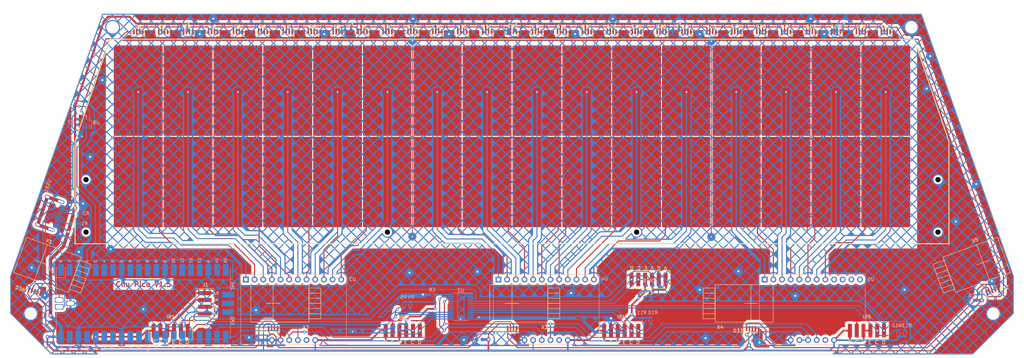
<source format=kicad_pcb>
(kicad_pcb (version 20221018) (generator pcbnew)
  (title_block (title "Chu Pico Main"))
  (layers (0 "F.Cu" signal) (31 "B.Cu" signal) (34 "B.Paste" user) (35 "F.Paste" user) (36 "B.SilkS" user "B.Silkscreen") (37 "F.SilkS" user "F.Silkscreen") (38 "B.Mask" user) (39 "F.Mask" user) (44 "Edge.Cuts" user))
  (net 0 "")
  (net 1 "GND")
  (net 2 "+5V")
  (net 3 "+3V3")
  (net 5 "Net-(U1-PadTP2)")
  (net 6 "Net-(U1-PadTP3)")
  (net 7 "unconnected-(USB1-Pad13)")
  (net 19 "/SCL")
  (net 20 "/SDA")
  (net 39 "Net-(K25-Pad1)")
  (net 40 "Net-(K26-Pad1)")
  (net 41 "Net-(K27-Pad1)")
  (net 42 "Net-(K28-Pad1)")
  (net 43 "Net-(K29-Pad1)")
  (net 44 "Net-(K30-Pad1)")
  (net 45 "Net-(K31-Pad1)")
  (net 46 "Net-(K32-Pad1)")
  (net 52 "Net-(K1-Pad1)")
  (net 53 "Net-(K2-Pad1)")
  (net 54 "Net-(K3-Pad1)")
  (net 55 "Net-(K4-Pad1)")
  (net 56 "Net-(K5-Pad1)")
  (net 57 "Net-(K6-Pad1)")
  (net 58 "Net-(K7-Pad1)")
  (net 59 "Net-(K8-Pad1)")
  (net 60 "Net-(K9-Pad1)")
  (net 61 "Net-(K10-Pad1)")
  (net 62 "Net-(K11-Pad1)")
  (net 63 "Net-(K12-Pad1)")
  (net 64 "Net-(K13-Pad1)")
  (net 65 "Net-(K14-Pad1)")
  (net 66 "Net-(K15-Pad1)")
  (net 67 "Net-(K16-Pad1)")
  (net 68 "Net-(K17-Pad1)")
  (net 69 "Net-(K18-Pad1)")
  (net 70 "Net-(K19-Pad1)")
  (net 71 "Net-(K20-Pad1)")
  (net 72 "Net-(K21-Pad1)")
  (net 73 "Net-(K22-Pad1)")
  (net 74 "Net-(K23-Pad1)")
  (net 75 "Net-(K24-Pad1)")
  (net 80 "Net-(D31-PadO)")
  (net 81 "Net-(D32-PadO)")
  (net 82 "Net-(D33-PadO)")
  (net 83 "Net-(D34-PadO)")
  (net 84 "Net-(D35-PadO)")
  (net 86 "Net-(D3-PadO)")
  (net 87 "Net-(D4-PadO)")
  (net 88 "Net-(D5-PadO)")
  (net 89 "Net-(D6-PadO)")
  (net 90 "Net-(D7-PadO)")
  (net 91 "Net-(D8-PadO)")
  (net 92 "Net-(D16-PadO)")
  (net 93 "Net-(D17-PadO)")
  (net 94 "Net-(D18-PadO)")
  (net 95 "Net-(D19-PadO)")
  (net 96 "Net-(D20-PadO)")
  (net 97 "Net-(D21-PadO)")
  (net 98 "Net-(D22-PadO)")
  (net 99 "Net-(D24-PadO)")
  (net 100 "Net-(D25-PadO)")
  (net 101 "Net-(D26-PadO)")
  (net 102 "Net-(D27-PadO)")
  (net 103 "Net-(D28-PadO)")
  (net 104 "Net-(D29-PadO)")
  (net 105 "Net-(D30-PadO)")
  (net 106 "Net-(D1-PadO)")
  (net 107 "Net-(D2-PadO)")
  (net 108 "Net-(D10-PadO)")
  (net 109 "Net-(D23-PadO)")
  (net 110 "Net-(D10-PadI)")
  (net 111 "Net-(D1-PadI)")
  (net 112 "Net-(D11-PadO)")
  (net 113 "Net-(D12-PadO)")
  (net 114 "Net-(D13-PadO)")
  (net 115 "Net-(D14-PadO)")
  (net 116 "Net-(D15-PadO)")
  (net 120 "/SCL_1")
  (net 121 "/SDA_1")
  (net 122 "/SCL_2")
  (net 123 "/SDA_2")
  (net 124 "/SCL_3")
  (net 125 "/SDA_3")
  (net 126 "/SCL_4")
  (net 127 "/SDA_4")
  (net 128 "/SCL_5")
  (net 129 "/SDA_5")
  (net 130 "Net-(U1-Pad25)")
  (net 134 "Net-(R1-Pad1)")
  (net 135 "Net-(R2-Pad1)")
  (net 136 "Net-(R3-Pad2)")
  (footprint "chu_main:WS2812B-4020" (layer "F.Cu") (at 309.096 63.074 180)
    (fp_text reference "D29")
    (fp_text value "WS2812B_Unified")
  )
  (footprint "chu_main:ChuKey" (layer "F.Cu") (at 323.696 106.074 180)
    (fp_text reference "K32" hide)
    (fp_text value "Conn_01x01_Female" hide)
  )
  (footprint "chu_main:WS2812B-4020" (layer "F.Cu") (at 192.296 63.074 180)
    (fp_text reference "D13")
    (fp_text value "WS2812B_Unified")
  )
  (footprint "chu_main:GP2Y0E03_REAL" (layer "F.Cu") (at 144.196 142.074 90)
    (fp_text reference "X2")
    (fp_text value "GP2Y0E03_REAL" hide)
  )
  (footprint "chu_main:WS2812B-4020" (layer "F.Cu") (at 144.196 150.074 180)
    (fp_text reference "D35")
    (fp_text value "WS2812B_Unified" hide)
  )
  (footprint "chu_main:WS2812B-4020" (layer "F.Cu") (at 257.996 63.074 180)
    (fp_text reference "D22")
    (fp_text value "WS2812B_Unified")
  )
  (footprint "chu_main:WS2812B-4020" (layer "F.Cu") (at 104.696 63.074 180)
    (fp_text reference "D1")
    (fp_text value "WS2812B_Unified")
  )
  (footprint "chu_main:ChuKey" (layer "F.Cu") (at 163.096 106.074 180)
    (fp_text reference "K10" hide)
    (fp_text value "Conn_01x01_Female" hide)
  )
  (footprint "chu_main:ChuKey" (layer "F.Cu") (at 119.296 80.074)
    (fp_text reference "K3" hide)
    (fp_text value "Conn_01x01_Female" hide)
  )
  (footprint "chu_main:WS2812B-4020" (layer "F.Cu") (at 279.896 63.074 180)
    (fp_text reference "D25")
    (fp_text value "WS2812B_Unified")
  )
  (footprint "chu_main:GP2Y0E03" (layer "F.Cu") (at 318.196 150.074)
    (fp_text reference "IR5")
    (fp_text value "Conn_01x06" hide)
  )
  (footprint "chu_main:WS2812B-4020" (layer "F.Cu") (at 287.196 63.074 180)
    (fp_text reference "D26")
    (fp_text value "WS2812B_Unified")
  )
  (footprint "chu_main:WS2812B-4020" (layer "F.Cu") (at 111.996 63.074 180)
    (fp_text reference "D2")
    (fp_text value "WS2812B_Unified")
  )
  (footprint "chu_main:WS2812B-4020" (layer "F.Cu") (at 199.596 63.074 180)
    (fp_text reference "D14")
    (fp_text value "WS2812B_Unified")
  )
  (footprint "chu_main:ChuKeyBiasLeft" (layer "F.Cu") (at 265.296 80.074)
    (fp_text reference "K23" hide)
    (fp_text value "Conn_01x01_Female" hide)
  )
  (footprint "chu_main:WS2812B-4020" (layer "F.Cu") (at 73.696 139.074 160)
    (fp_text reference "D36")
    (fp_text value "WS2812B_Unified" hide)
  )
  (footprint "chu_main:ChuKeyBiasRight" (layer "F.Cu") (at 192.296 80.074)
    (fp_text reference "K13" hide)
    (fp_text value "Conn_01x01_Female" hide)
  )
  (footprint "chu_main:WS2812B-4020" (layer "F.Cu") (at 272.596 63.074 180)
    (fp_text reference "D24")
    (fp_text value "WS2812B_Unified")
  )
  (footprint "chu_main:WS2812B-4020" (layer "F.Cu") (at 284.196 150.074 180)
    (fp_text reference "D33")
    (fp_text value "WS2812B_Unified" hide)
  )
  (footprint "chu_main:ChuKey" (layer "F.Cu") (at 104.696 80.074)
    (fp_text reference "K1" hide)
    (fp_text value "Conn_01x01_Female" hide)
  )
  (footprint "chu_main:ChuKey" (layer "F.Cu") (at 148.496 106.074 180)
    (fp_text reference "K8" hide)
    (fp_text value "Conn_01x01_Female" hide)
  )
  (footprint "chu_main:WS2812B-4020" (layer "F.Cu") (at 206.896 63.074 180)
    (fp_text reference "D15")
    (fp_text value "WS2812B_Unified")
  )
  (footprint "chu_main:GP2Y0E03" (layer "F.Cu") (at 114.196 150.074)
    (fp_text reference "IR1")
    (fp_text value "Conn_01x06" hide)
  )
  (footprint "chu_main:WS2812B-4020" (layer "F.Cu") (at 163.096 63.074 180)
    (fp_text reference "D9")
    (fp_text value "WS2812B_Unified")
  )
  (footprint "chu_main:ChuKey" (layer "F.Cu") (at 104.696 106.074 180)
    (fp_text reference "K2" hide)
    (fp_text value "Conn_01x01_Female" hide)
  )
  (footprint "chu_main:WS2812B-4020" (layer "F.Cu") (at 236.096 63.074 180)
    (fp_text reference "D19")
    (fp_text value "WS2812B_Unified")
  )
  (footprint "chu_main:WS2812B-4020" (layer "F.Cu") (at 126.596 63.074 180)
    (fp_text reference "D4")
    (fp_text value "WS2812B_Unified")
  )
  (footprint "chu_main:ChuKey" (layer "F.Cu") (at 163.096 80.074)
    (fp_text reference "K9" hide)
    (fp_text value "Conn_01x01_Female" hide)
  )
  (footprint "chu_main:WS2812B-4020" (layer "F.Cu") (at 148.496 63.074 180)
    (fp_text reference "D7")
    (fp_text value "WS2812B_Unified")
  )
  (footprint "chu_main:ChuKeyBiasRight" (layer "F.Cu") (at 279.896 80.074)
    (fp_text reference "K25" hide)
    (fp_text value "Conn_01x01_Female" hide)
  )
  (footprint "chu_main:WS2812B-4020" (layer "F.Cu") (at 228.796 63.074 180)
    (fp_text reference "D18")
    (fp_text value "WS2812B_Unified")
  )
  (footprint "chu_main:ChuKey" (layer "F.Cu") (at 309.096 106.074 180)
    (fp_text reference "K30" hide)
    (fp_text value "Conn_01x01_Female" hide)
  )
  (footprint "chu_main:ChuAcrylic" (layer "F.Cu") (at 214.196 94.574)
    (fp_text reference "U0" hide)
    (fp_text value "ChuAcrylic")
  )
  (footprint "chu_main:WS2812B-4020" (layer "F.Cu") (at 243.396 63.074 180)
    (fp_text reference "D20")
    (fp_text value "WS2812B_Unified")
  )
  (footprint "chu_main:WS2812B-4020" (layer "F.Cu") (at 214.196 150.074 180)
    (fp_text reference "D34")
    (fp_text value "WS2812B_Unified" hide)
  )
  (footprint "chu_main:ChuKey" (layer "F.Cu") (at 250.696 80.074)
    (fp_text reference "K21" hide)
    (fp_text value "Conn_01x01_Female" hide)
  )
  (footprint "chu_main:ChuKey" (layer "F.Cu") (at 119.296 106.074 180)
    (fp_text reference "K4" hide)
    (fp_text value "Conn_01x01_Female" hide)
  )
  (footprint "chu_main:ChuKey" (layer "F.Cu") (at 148.496 80.074)
    (fp_text reference "K7" hide)
    (fp_text value "Conn_01x01_Female" hide)
  )
  (footprint "chu_main:ChuKey" (layer "F.Cu") (at 206.896 106.074 180)
    (fp_text reference "K16" hide)
    (fp_text value "Conn_01x01_Female" hide)
  )
  (footprint "chu_main:PN532" (layer "F.Cu") (at 124.196 142.074 90)
    (fp_text reference "J1")
    (fp_text value "Conn_01x04" hide)
  )
  (footprint "chu_main:WS2812B-4020" (layer "F.Cu") (at 155.796 63.074 180)
    (fp_text reference "D8")
    (fp_text value "WS2812B_Unified")
  )
  (footprint "chu_main:GP2Y0E03_REAL" (layer "F.Cu") (at 352.196 130.074 -70)
    (fp_text reference "X5")
    (fp_text value "GP2Y0E03_REAL" hide)
  )
  (footprint "chu_main:WS2812B-4020" (layer "F.Cu") (at 301.796 63.074 180)
    (fp_text reference "D28")
    (fp_text value "WS2812B_Unified")
  )
  (footprint "chu_main:ChuKeyBiasRight" (layer "F.Cu") (at 265.296 106.074 180)
    (fp_text reference "K24" hide)
    (fp_text value "Conn_01x01_Female" hide)
  )
  (footprint "chu_main:ChuKey" (layer "F.Cu") (at 221.496 106.074 180)
    (fp_text reference "K18" hide)
    (fp_text value "Conn_01x01_Female" hide)
  )
  (footprint "chu_main:ChuKey" (layer "F.Cu") (at 133.896 106.074 180)
    (fp_text reference "K6" hide)
    (fp_text value "Conn_01x01_Female" hide)
  )
  (footprint "chu_main:WS2812B-4020" (layer "F.Cu") (at 214.196 63.074 180)
    (fp_text reference "D16")
    (fp_text value "WS2812B_Unified")
  )
  (footprint "chu_main:WS2812B-4020" (layer "F.Cu") (at 133.896 63.074 180)
    (fp_text reference "D5")
    (fp_text value "WS2812B_Unified")
  )
  (footprint "chu_main:WS2812B-4020" (layer "F.Cu") (at 184.996 63.074 180)
    (fp_text reference "D12")
    (fp_text value "WS2812B_Unified")
  )
  (footprint "chu_main:ChuKey" (layer "F.Cu") (at 206.896 80.074)
    (fp_text reference "K15" hide)
    (fp_text value "Conn_01x01_Female" hide)
  )
  (footprint "chu_main:MountingHole_3.2mm_M3" (layer "F.Cu") (at 355.196 145.074)
    (fp_text reference "SCR4" hide)
    (fp_text value "ScrewHole")
  )
  (footprint "chu_main:ChuKey" (layer "F.Cu") (at 236.096 106.074 180)
    (fp_text reference "K20" hide)
    (fp_text value "Conn_01x01_Female" hide)
  )
  (footprint "chu_main:WS2812B-4020" (layer "F.Cu") (at 170.396 63.074 180)
    (fp_text reference "D10")
    (fp_text value "WS2812B_Unified")
  )
  (footprint "chu_main:ChuKey" (layer "F.Cu") (at 250.696 106.074 180)
    (fp_text reference "K22" hide)
    (fp_text value "Conn_01x01_Female" hide)
  )
  (footprint "chu_main:WS2812B-4020" (layer "F.Cu") (at 323.696 63.074 180)
    (fp_text reference "D31")
    (fp_text value "WS2812B_Unified")
  )
  (footprint "chu_main:ChuKey" (layer "F.Cu") (at 133.896 80.074)
    (fp_text reference "K5" hide)
    (fp_text value "Conn_01x01_Female" hide)
  )
  (footprint "chu_main:WS2812B-4020" (layer "F.Cu") (at 250.696 63.074 180)
    (fp_text reference "D21")
    (fp_text value "WS2812B_Unified")
  )
  (footprint "chu_main:WS2812B-4020" (layer "F.Cu") (at 177.696 63.074 180)
    (fp_text reference "D11")
    (fp_text value "WS2812B_Unified")
  )
  (footprint "chu_main:GP2Y0E03" (layer "F.Cu") (at 246.196 150.074)
    (fp_text reference "IR4")
    (fp_text value "Conn_01x06" hide)
  )
  (footprint "chu_main:GP2Y0E03" (layer "F.Cu") (at 254.196 135.074 180)
    (fp_text reference "IR3")
    (fp_text value "Conn_01x06" hide)
  )
  (footprint "chu_main:MountingHole_3.2mm_M3" (layer "F.Cu") (at 73.196 145.074)
    (fp_text reference "SCR3" hide)
    (fp_text value "ScrewHole")
  )
  (footprint "chu_main:WS2812B-4020" (layer "F.Cu") (at 141.196 63.074 180)
    (fp_text reference "D6")
    (fp_text value "WS2812B_Unified")
  )
  (footprint "chu_main:ChuKeyBiasLeft" (layer "F.Cu") (at 279.896 106.074 180)
    (fp_text reference "K26" hide)
    (fp_text value "Conn_01x01_Female" hide)
  )
  (footprint "chu_main:ChuKey" (layer "F.Cu") (at 236.096 80.074)
    (fp_text reference "K19" hide)
    (fp_text value "Conn_01x01_Female" hide)
  )
  (footprint "chu_main:ChuKey" (layer "F.Cu") (at 294.496 106.074 180)
    (fp_text reference "K28" hide)
    (fp_text value "Conn_01x01_Female" hide)
  )
  (footprint "chu_main:ChuKey" (layer "F.Cu") (at 323.696 80.074)
    (fp_text reference "K31" hide)
    (fp_text value "Conn_01x01_Female" hide)
  )
  (footprint "chu_main:WS2812B-4020" (layer "F.Cu") (at 265.296 63.074 180)
    (fp_text reference "D23")
    (fp_text value "WS2812B_Unified")
  )
  (footprint "chu_main:ChuKeyBiasLeft" (layer "F.Cu") (at 192.296 106.074 180)
    (fp_text reference "K14" hide)
    (fp_text value "Conn_01x01_Female" hide)
  )
  (footprint "chu_main:GP2Y0E03_REAL" (layer "F.Cu") (at 76.196 130.074 70)
    (fp_text reference "X1")
    (fp_text value "GP2Y0E03_REAL" hide)
  )
  (footprint "chu_main:WS2812B-4020" (layer "F.Cu") (at 294.496 63.074 180)
    (fp_text reference "D27")
    (fp_text value "WS2812B_Unified")
  )
  (footprint "chu_main:GP2Y0E03" (layer "F.Cu") (at 182.196 150.074)
    (fp_text reference "IR2")
    (fp_text value "Conn_01x06" hide)
  )
  (footprint "chu_main:WS2812B-4020" (layer "F.Cu") (at 119.296 63.074 180)
    (fp_text reference "D3")
    (fp_text value "WS2812B_Unified")
  )
  (footprint "chu_main:ChuKeyBiasLeft" (layer "F.Cu") (at 177.696 80.074)
    (fp_text reference "K11" hide)
    (fp_text value "Conn_01x01_Female" hide)
  )
  (footprint "chu_main:ChuKey" (layer "F.Cu") (at 309.096 80.074)
    (fp_text reference "K29" hide)
    (fp_text value "Conn_01x01_Female" hide)
  )
  (footprint "chu_main:MountingHole_3.2mm_M3" (layer "F.Cu") (at 331.196 61.074)
    (fp_text reference "SCR2" hide)
    (fp_text value "ScrewHole")
  )
  (footprint "chu_main:GP2Y0E03_REAL" (layer "F.Cu") (at 284.196 142.074 -90)
    (fp_text reference "X4")
    (fp_text value "GP2Y0E03_REAL" hide)
  )
  (footprint "chu_main:ChuKeyBiasRight" (layer "F.Cu") (at 177.696 106.074 180)
    (fp_text reference "K12" hide)
    (fp_text value "Conn_01x01_Female" hide)
  )
  (footprint "chu_main:GP2Y0E03_REAL" (layer "F.Cu") (at 214.196 142.074 90)
    (fp_text reference "X3")
    (fp_text value "GP2Y0E03_REAL" hide)
  )
  (footprint "chu_main:WS2812B-4020" (layer "F.Cu") (at 221.496 63.074 180)
    (fp_text reference "D17")
    (fp_text value "WS2812B_Unified")
  )
  (footprint "chu_main:ChuKey" (layer "F.Cu") (at 294.496 80.074)
    (fp_text reference "K27" hide)
    (fp_text value "Conn_01x01_Female" hide)
  )
  (footprint "chu_main:MountingHole_3.2mm_M3" (layer "F.Cu") (at 97.196 61.074)
    (fp_text reference "SCR1" hide)
    (fp_text value "ScrewHole")
  )
  (footprint "chu_main:WS2812B-4020" (layer "F.Cu") (at 316.396 63.074 180)
    (fp_text reference "D30")
    (fp_text value "WS2812B_Unified")
  )
  (footprint "chu_main:WS2812B-4020" (layer "F.Cu") (at 354.696 139.074 -160)
    (fp_text reference "D32")
    (fp_text value "WS2812B_Unified" hide)
  )
  (footprint "chu_main:ChuKey" (layer "F.Cu") (at 221.496 80.074)
    (fp_text reference "K17" hide)
    (fp_text value "Conn_01x01_Female" hide)
  )
  (footprint "Capacitor_SMD:C_0603_1608Metric_Pad1.08x0.95mm_HandSolder" (layer "B.Cu") (at 190.8335 139.499 180)
    (fp_text reference "C8")
    (fp_text value "0.1uF")
  )
  (footprint "chu_main:MPR121_BOARD" (layer "B.Cu") (at 150.196 135.074)
    (fp_text reference "U3")
    (fp_text value "MPR121QR2_BOARD")
  )
  (footprint "chu_main:MPR121_BOARD" (layer "B.Cu") (at 224.196 135.074)
    (fp_text reference "U4")
    (fp_text value "MPR121QR2_BOARD")
  )
  (footprint "Resistor_SMD:R_0603_1608Metric" (layer "B.Cu") (at 254.796 147.174 90)
    (fp_text reference "R10")
    (fp_text value "4.7K" hide)
  )
  (footprint "Resistor_SMD:R_0603_1608Metric" (layer "B.Cu") (at 85.796 118.674)
    (fp_text reference "R1")
    (fp_text value "5K1")
  )
  (footprint "Package_SO:TSSOP-24_4.4x7.8mm_P0.65mm" (layer "B.Cu") (at 199.196 143.074 180)
    (fp_text reference "U2")
    (fp_text value "PCA9548APW")
  )
  (footprint "Type-C:HRO-TYPE-C-31-M-12-Assembly" (layer "B.Cu") (at 74.196 114.074 70.75)
    (fp_text reference "USB1")
    (fp_text value "U262-161N-4BVC11" hide)
  )
  (footprint "chu_main:MPR121_BOARD" (layer "B.Cu") (at 302.196 135.074)
    (fp_text reference "U5")
    (fp_text value "MPR121QR2_BOARD")
  )
  (footprint "Resistor_SMD:R_0603_1608Metric" (layer "B.Cu") (at 253.496 137.674 -90)
    (fp_text reference "R8")
    (fp_text value "4.7K")
  )
  (footprint "Resistor_SMD:R_0603_1608Metric" (layer "B.Cu") (at 181.396 148.974 90)
    (fp_text reference "R7")
    (fp_text value "4.7K" hide)
  )
  (footprint "Resistor_SMD:R_0603_1608Metric" (layer "B.Cu") (at 86.996 88.874 -90)
    (fp_text reference "R3")
    (fp_text value "10")
  )
  (footprint "Capacitor_SMD:C_0603_1608Metric_Pad1.08x0.95mm_HandSolder" (layer "B.Cu") (at 166.196 62.074 180)
    (fp_text reference "C2")
    (fp_text value "0.1uF")
  )
  (footprint "chu_main:RPi_Pico_SMD_Pins_Strip" (layer "B.Cu") (at 106.196 142.074 -90)
    (fp_text reference "U1")
    (fp_text value "Pico")
  )
  (footprint "Resistor_SMD:R_0603_1608Metric" (layer "B.Cu") (at 255.496 137.674 -90)
    (fp_text reference "R9")
    (fp_text value "4.7K" hide)
  )
  (footprint "Capacitor_SMD:C_0603_1608Metric_Pad1.08x0.95mm_HandSolder" (layer "B.Cu") (at 348.86475 141.174 180)
    (fp_text reference "C6")
    (fp_text value "0.1uF" hide)
  )
  (footprint "Capacitor_SMD:C_0603_1608Metric_Pad1.08x0.95mm_HandSolder" (layer "B.Cu") (at 262.196 62.074 180)
    (fp_text reference "C4")
    (fp_text value "0.1uF")
  )
  (footprint "Resistor_SMD:R_0603_1608Metric" (layer "B.Cu") (at 184.396 142.474 90)
    (fp_text reference "R4")
    (fp_text value "4.7K" hide)
  )
  (footprint "Capacitor_SMD:C_0603_1608Metric_Pad1.08x0.95mm_HandSolder" (layer "B.Cu") (at 214.196 62.074 180)
    (fp_text reference "C3")
    (fp_text value "0.1uF" hide)
  )
  (footprint "Resistor_SMD:R_0603_1608Metric" (layer "B.Cu") (at 86.396 115.774)
    (fp_text reference "R2")
    (fp_text value "5K1")
  )
  (footprint "Capacitor_SMD:C_0603_1608Metric_Pad1.08x0.95mm_HandSolder" (layer "B.Cu") (at 204.66475 152.674 180)
    (fp_text reference "C7")
    (fp_text value "0.1uF" hide)
  )
  (footprint "Resistor_SMD:R_0603_1608Metric" (layer "B.Cu") (at 327.396 150.874 -90)
    (fp_text reference "R12")
    (fp_text value "4.7K" hide)
  )
  (footprint "Resistor_SMD:R_0603_1608Metric" (layer "B.Cu") (at 252.796 147.174 90)
    (fp_text reference "R11")
    (fp_text value "4.7K" hide)
  )
  (footprint "Resistor_SMD:R_0603_1608Metric" (layer "B.Cu") (at 182.596 142.474 90)
    (fp_text reference "R5")
    (fp_text value "4.7K" hide)
  )
  (footprint "Capacitor_SMD:C_0603_1608Metric_Pad1.08x0.95mm_HandSolder" (layer "B.Cu") (at 118.196 62.074 180)
    (fp_text reference "C1")
    (fp_text value "0.1uF")
  )
  (footprint "Resistor_SMD:R_0603_1608Metric" (layer "B.Cu") (at 329.296 150.899 -90)
    (fp_text reference "R13")
    (fp_text value "4.7K" hide)
  )
  (footprint "chu_main:SOT-23-5_Jumper" (layer "B.Cu") (at 89.496 89.174 90)
    (fp_text reference "U8")
    (fp_text value "SN74LV1T34DBV")
  )
  (footprint "Capacitor_SMD:C_0603_1608Metric_Pad1.08x0.95mm_HandSolder" (layer "B.Cu") (at 310.196 62.074 180)
    (fp_text reference "C5")
    (fp_text value "0.1uF")
  )
  (footprint "Resistor_SMD:R_0603_1608Metric" (layer "B.Cu") (at 183.196 148.974 90)
    (fp_text reference "R6")
    (fp_text value "4.7K" hide)
  )
  (gr_line (start 349.196 157.074) (end 361.196 145.074) (stroke (width 0.1)) (layer "Edge.Cuts"))
  (gr_line (start 67.196 145.074) (end 67.196 134.074) (stroke (width 0.1)) (layer "Edge.Cuts"))
  (gr_line (start 361.196 145.074) (end 361.196 134.074) (stroke (width 0.1)) (layer "Edge.Cuts"))
  (gr_line (start 67.196 145.074) (end 79.196 157.074) (stroke (width 0.1)) (layer "Edge.Cuts"))
  (gr_line (start 79.196 157.074) (end 349.196 157.074) (stroke (width 0.1)) (layer "Edge.Cuts"))
  (gr_line (start 94.196 57.074) (end 334.196 57.074) (stroke (width 0.1)) (layer "Edge.Cuts"))
  (gr_line (start 334.196 57.074) (end 361.196 134.074) (stroke (width 0.1)) (layer "Edge.Cuts"))
  (gr_line (start 94.196 57.074) (end 67.196 134.074) (stroke (width 0.1)) (layer "Edge.Cuts"))
  (gr_text "Chu Pico V1.5" (at 106.196 136.474) (layer "F.Cu") (effects (font (size 1.5 1.5) (thickness 0.3))))
  (segment (start 145.471 149.424) (end 145.471 150.649) (width 0.3) (layer "F.Cu") (net 1))
  (segment (start 184.996 122.474) (end 184.996 65.074) (width 0.25) (layer "F.Cu") (net 1))
  (segment (start 75.116421 138.899275) (end 77.296 139.674) (width 0.3) (layer "F.Cu") (net 1))
  (segment (start 285.471 152.349) (end 285.471 149.424) (width 0.3) (layer "F.Cu") (net 1))
  (segment (start 272.596 122.574) (end 272.596 65.174) (width 0.25) (layer "F.Cu") (net 1))
  (segment (start 354.796 135.574) (end 355.671795 138.027124) (width 0.3) (layer "F.Cu") (net 1))
  (segment (start 217.846 152.854) (end 215.471 150.479) (width 0.3) (layer "F.Cu") (net 1))
  (segment (start 215.471 150.479) (end 215.471 149.424) (width 0.3) (layer "F.Cu") (net 1))
  (segment (start 146.386 151.564) (end 146.386 152.854) (width 0.3) (layer "F.Cu") (net 1))
  (segment (start 145.471 150.649) (end 146.386 151.564) (width 0.3) (layer "F.Cu") (net 1))
  (segment (start 286.696 153.574) (end 285.471 152.349) (width 0.3) (layer "F.Cu") (net 1))
  (via (at 200.096 152.774) (size 1.2) (drill 0.6) (layers "F.Cu" "B.Cu") (net 1))
  (via (at 243.196 146.474) (size 1.2) (drill 0.6) (layers "F.Cu" "B.Cu") (net 1))
  (via (at 125.896 149.274) (size 0.8) (drill 0.4) (layers "F.Cu" "B.Cu") (net 1))
  (via (at 305.696 63.074) (size 1.2) (drill 0.6) (layers "F.Cu" "B.Cu") (net 1))
  (via (at 269.196 63.074) (size 1.2) (drill 0.6) (layers "F.Cu" "B.Cu") (net 1))
  (via (at 84.696 113.174) (size 1.2) (drill 0.6) (layers "F.Cu" "B.Cu") (net 1))
  (via (at 329.196 138.074) (size 1.2) (drill 0.6) (layers "F.Cu" "B.Cu") (net 1))
  (via (at 243.696 58.574) (size 1.2) (drill 0.6) (layers "F.Cu" "B.Cu") (net 1))
  (via (at 184.996 122.474) (size 0.8) (drill 0.4) (layers "F.Cu" "B.Cu") (net 1))
  (via (at 94.196 76.574) (size 1.2) (drill 0.6) (layers "F.Cu" "B.Cu") (net 1))
  (via (at 126.696 58.574) (size 1.2) (drill 0.6) (layers "F.Cu" "B.Cu") (net 1))
  (via (at 184.996 65.074) (size 0.8) (drill 0.4) (layers "F.Cu" "B.Cu") (net 1))
  (via (at 185.196 58.574) (size 1.2) (drill 0.6) (layers "F.Cu" "B.Cu") (net 1))
  (via (at 188.096 139.499) (size 1.2) (drill 0.6) (layers "F.Cu" "B.Cu") (net 1))
  (via (at 90.596 99.074) (size 1.2) (drill 0.6) (layers "F.Cu" "B.Cu") (net 1))
  (via (at 297.196 139.874) (size 1.2) (drill 0.6) (layers "F.Cu" "B.Cu") (net 1))
  (via (at 204.096 132.774) (size 1.2) (drill 0.6) (layers "F.Cu" "B.Cu") (net 1))
  (via (at 269.196 138.074) (size 1.2) (drill 0.6) (layers "F.Cu" "B.Cu") (net 1))
  (via (at 199.096 146.649) (size 0.8) (drill 0.4) (layers "F.Cu" "B.Cu") (net 1))
  (via (at 159.196 63.064) (size 1.2) (drill 0.6) (layers "F.Cu" "B.Cu") (net 1))
  (via (at 195.696 63.074) (size 1.2) (drill 0.6) (layers "F.Cu" "B.Cu") (net 1))
  (via (at 184.196 133.074) (size 1.2) (drill 0.6) (layers "F.Cu" "B.Cu") (net 1))
  (via (at 73.496 131.574) (size 1.2) (drill 0.6) (layers "F.Cu" "B.Cu") (net 1))
  (via (at 301.696 58.574) (size 1.2) (drill 0.6) (layers "F.Cu" "B.Cu") (net 1))
  (via (at 77.296 139.674) (size 1.2) (drill 0.6) (layers "F.Cu" "B.Cu") (net 1))
  (via (at 350.196 107.074) (size 1.2) (drill 0.6) (layers "F.Cu" "B.Cu") (net 1))
  (via (at 231.496 139.074) (size 1.2) (drill 0.6) (layers "F.Cu" "B.Cu") (net 1))
  (via (at 88.196 93.074) (size 0.8) (drill 0.4) (layers "F.Cu" "B.Cu") (net 1))
  (via (at 167.496 150.374) (size 0.8) (drill 0.4) (layers "F.Cu" "B.Cu") (net 1))
  (via (at 286.696 153.574) (size 1.2) (drill 0.6) (layers "F.Cu" "B.Cu") (net 1))
  (via (at 232.696 63.064) (size 1.2) (drill 0.6) (layers "F.Cu" "B.Cu") (net 1))
  (via (at 335.696 79.074) (size 1.2) (drill 0.6) (layers "F.Cu" "B.Cu") (net 1))
  (via (at 88.496 112.774) (size 1.2) (drill 0.6) (layers "F.Cu" "B.Cu") (net 1))
  (via (at 96.596 126.174) (size 1.2) (drill 0.6) (layers "F.Cu" "B.Cu") (net 1))
  (via (at 106.196 143.774) (size 1.2) (drill 0.6) (layers "F.Cu" "B.Cu") (net 1))
  (via (at 87.296 126.974) (size 1.2) (drill 0.6) (layers "F.Cu" "B.Cu") (net 1))
  (via (at 204.496 146.174) (size 0.8) (drill 0.4) (layers "F.Cu" "B.Cu") (net 1))
  (via (at 139.196 144.074) (size 1.2) (drill 0.6) (layers "F.Cu" "B.Cu") (net 1))
  (via (at 272.596 65.174) (size 0.8) (drill 0.4) (layers "F.Cu" "B.Cu") (net 1))
  (via (at 272.596 122.574) (size 0.8) (drill 0.4) (layers "F.Cu" "B.Cu") (net 1))
  (via (at 81.896 121.674) (size 1.2) (drill 0.6) (layers "F.Cu" "B.Cu") (net 1))
  (via (at 137.196 152.074) (size 1.2) (drill 0.6) (layers "F.Cu" "B.Cu") (net 1))
  (via (at 354.796 135.574) (size 1.2) (drill 0.6) (layers "F.Cu" "B.Cu") (net 1))
  (via (at 336.696 69.574) (size 1.2) (drill 0.6) (layers "F.Cu" "B.Cu") (net 1))
  (via (at 270.896 152.274) (size 1.2) (drill 0.6) (layers "F.Cu" "B.Cu") (net 1))
  (via (at 344.196 118.074) (size 1.2) (drill 0.6) (layers "F.Cu" "B.Cu") (net 1))
  (via (at 280.496 132.674) (size 1.2) (drill 0.6) (layers "F.Cu" "B.Cu") (net 1))
  (via (at 122.696 63.074) (size 1.2) (drill 0.6) (layers "F.Cu" "B.Cu") (net 1))
  (segment (start 125.246 151.874) (end 125.246 149.924) (width 0.6) (layer "B.Cu") (net 1))
  (segment (start 88.546 90.3115) (end 88.546 91.724) (width 0.3) (layer "B.Cu") (net 1))
  (segment (start 81.596 120.074) (end 81.896 121.674) (width 0.5) (layer "B.Cu") (net 1))
  (segment (start 125.246 149.924) (end 125.896 149.274) (width 0.6) (layer "B.Cu") (net 1))
  (segment (start 80.397513 119.655657) (end 81.596 120.074) (width 0.5) (layer "B.Cu") (net 1))
  (segment (start 84.696 113.174) (end 83.696 113.974) (width 0.5) (layer "B.Cu") (net 1))
  (segment (start 88.546 91.724) (end 88.196 92.074) (width 0.3) (layer "B.Cu") (net 1))
  (segment (start 196.3335 141.449) (end 198.521 141.449) (width 0.3) (layer "B.Cu") (net 1))
  (segment (start 202.0585 140.149) (end 202.0585 139.499) (width 0.3) (layer "B.Cu") (net 1))
  (segment (start 204.021 146.649) (end 202.0585 146.649) (width 0.3) (layer "B.Cu") (net 1))
  (segment (start 202.0585 146.649) (end 199.096 146.649) (width 0.3) (layer "B.Cu") (net 1))
  (segment (start 204.496 146.174) (end 204.021 146.649) (width 0.3) (layer "B.Cu") (net 1))
  (segment (start 189.971 139.499) (end 188.096 139.499) (width 0.8) (layer "B.Cu") (net 1))
  (segment (start 88.196 92.074) (end 88.196 93.074) (width 0.3) (layer "B.Cu") (net 1))
  (segment (start 137.976 152.854) (end 137.196 152.074) (width 0.8) (layer "B.Cu") (net 1))
  (segment (start 199.821 140.149) (end 202.0585 140.149) (width 0.3) (layer "B.Cu") (net 1))
  (segment (start 146.386 152.854) (end 137.976 152.854) (width 0.8) (layer "B.Cu") (net 1))
  (segment (start 198.521 141.449) (end 199.821 140.149) (width 0.3) (layer "B.Cu") (net 1))
  (segment (start 83.696 113.974) (end 82.524017 113.566282) (width 0.5) (layer "B.Cu") (net 1))
  (segment (start 352.696 137.374) (end 353.196 137.374) (width 0.3) (layer "F.Cu") (net 2))
  (segment (start 102.171 57.974) (end 95.896 57.974) (width 0.6) (layer "F.Cu") (net 2))
  (segment (start 286.771 62.424) (end 286.771 60.074) (width 0.4) (layer "F.Cu") (net 2))
  (segment (start 294.071 62.424) (end 294.071 60.074) (width 0.4) (layer "F.Cu") (net 2))
  (segment (start 73.996 136.974) (end 73.518944 138.317841) (width 0.3) (layer "F.Cu") (net 2))
  (segment (start 119.446 60.074) (end 315.996 60.074) (width 0.6) (layer "F.Cu") (net 2))
  (segment (start 281.996 155.974) (end 214.196 155.974) (width 0.5) (layer "F.Cu") (net 2))
  (segment (start 155.371 62.424) (end 155.371 60.074) (width 0.4) (layer "F.Cu") (net 2))
  (segment (start 283.596 154.374) (end 281.996 155.974) (width 0.5) (layer "F.Cu") (net 2))
  (segment (start 279.471 62.424) (end 279.471 60.074) (width 0.4) (layer "F.Cu") (net 2))
  (segment (start 126.171 62.424) (end 126.171 60.074) (width 0.4) (layer "F.Cu") (net 2))
  (segment (start 336.996 155.974) (end 351.796 141.174) (width 0.3) (layer "F.Cu") (net 2))
  (segment (start 283.771 150.499) (end 283.771 149.424) (width 0.3) (layer "F.Cu") (net 2))
  (segment (start 221.071 62.424) (end 221.071 60.074) (width 0.4) (layer "F.Cu") (net 2))
  (segment (start 78.096 151.874) (end 78.096 154.074) (width 0.5) (layer "F.Cu") (net 2))
  (segment (start 207.296 152.674) (end 207.296 155.974) (width 0.5) (layer "F.Cu") (net 2))
  (segment (start 169.971 62.424) (end 169.971 60.074) (width 0.4) (layer "F.Cu") (net 2))
  (segment (start 315.971 62.424) (end 315.971 60.074) (width 0.4) (layer "F.Cu") (net 2))
  (segment (start 86.196 114.074) (end 84.196 121.074) (width 1) (layer "F.Cu") (net 2))
  (segment (start 177.271 62.424) (end 177.271 60.074) (width 0.4) (layer "F.Cu") (net 2))
  (segment (start 206.471 62.424) (end 206.471 60.074) (width 0.4) (layer "F.Cu") (net 2))
  (segment (start 210.296 148.074) (end 207.296 151.074) (width 0.3) (layer "F.Cu") (net 2))
  (segment (start 148.071 62.424) (end 148.071 60.074) (width 0.4) (layer "F.Cu") (net 2))
  (segment (start 143.771 148.449) (end 143.771 149.424) (width 0.3) (layer "F.Cu") (net 2))
  (segment (start 285.196 155.974) (end 336.996 155.974) (width 0.3) (layer "F.Cu") (net 2))
  (segment (start 301.371 62.424) (end 301.371 60.074) (width 0.4) (layer "F.Cu") (net 2))
  (segment (start 323.271 62.424) (end 323.271 61.149) (width 0.4) (layer "F.Cu") (net 2))
  (segment (start 272.171 62.424) (end 272.171 60.074) (width 0.4) (layer "F.Cu") (net 2))
  (segment (start 162.671 62.424) (end 162.671 60.074) (width 0.4) (layer "F.Cu") (net 2))
  (segment (start 79.996 155.974) (end 141.396 155.974) (width 0.5) (layer "F.Cu") (net 2))
  (segment (start 353.196 137.374) (end 353.696 137.574) (width 0.3) (layer "F.Cu") (net 2))
  (segment (start 184.571 62.424) (end 184.571 60.074) (width 0.4) (layer "F.Cu") (net 2))
  (segment (start 257.571 62.424) (end 257.571 60.074) (width 0.4) (layer "F.Cu") (net 2))
  (segment (start 133.471 62.424) (end 133.471 60.074) (width 0.4) (layer "F.Cu") (net 2))
  (segment (start 191.871 62.424) (end 191.871 60.074) (width 0.4) (layer "F.Cu") (net 2))
  (segment (start 213.396 148.074) (end 210.296 148.074) (width 0.3) (layer "F.Cu") (net 2))
  (segment (start 351.86475 141.174) (end 351.86475 138.20525) (width 0.3) (layer "F.Cu") (net 2))
  (segment (start 283.596 154.374) (end 285.196 155.974) (width 0.3) (layer "F.Cu") (net 2))
  (segment (start 353.696 137.574) (end 354.074318 138.608558) (width 0.3) (layer "F.Cu") (net 2))
  (segment (start 86.196 84.274) (end 86.196 114.074) (width 0.6) (layer "F.Cu") (net 2))
  (segment (start 142.196 148.074) (end 143.396 148.074) (width 0.3) (layer "F.Cu") (net 2))
  (segment (start 104.271 60.074) (end 119.446 60.074) (width 0.6) (layer "F.Cu") (net 2))
  (segment (start 207.396 155.974) (end 214.196 155.974) (width 0.5) (layer "F.Cu") (net 2))
  (segment (start 308.671 62.424) (end 308.671 60.074) (width 0.4) (layer "F.Cu") (net 2))
  (segment (start 87.296 84.274) (end 86.196 84.274) (width 0.3) (layer "F.Cu") (net 2))
  (segment (start 213.771 62.424) (end 213.771 60.074) (width 0.4) (layer "F.Cu") (net 2))
  (segment (start 94.596 59.374) (end 86.196 84.274) (width 0.6) (layer "F.Cu") (net 2))
  (segment (start 111.571 62.424) (end 111.571 60.074) (width 0.4) (layer "F.Cu") (net 2))
  (segment (start 282.996 151.274) (end 283.771 150.499) (width 0.3) (layer "F.Cu") (net 2))
  (segment (start 315.996 60.074) (end 322.196 60.074) (width 0.4) (layer "F.Cu") (net 2))
  (segment (start 74.696 136.274) (end 73.996 136.974) (width 0.3) (layer "F.Cu") (net 2))
  (segment (start 235.671 62.424) (end 235.671 60.074) (width 0.4) (layer "F.Cu") (net 2))
  (segment (start 141.396 148.874) (end 142.196 148.074) (width 0.3) (layer "F.Cu") (net 2))
  (segment (start 213.771 149.424) (end 213.771 148.449) (width 0.3) (layer "F.Cu") (net 2))
  (segment (start 78.096 154.074) (end 79.996 155.974) (width 0.5) (layer "F.Cu") (net 2))
  (segment (start 78.996 136.274) (end 74.696 136.274) (width 0.3) (layer "F.Cu") (net 2))
  (segment (start 228.371 62.424) (end 228.371 60.074) (width 0.4) (layer "F.Cu") (net 2))
  (segment (start 95.896 57.974) (end 94.596 59.374) (width 0.6) (layer "F.Cu") (net 2))
  (segment (start 264.871 62.424) (end 264.871 60.074) (width 0.4) (layer "F.Cu") (net 2))
  (segment (start 143.396 148.074) (end 143.771 148.449) (width 0.3) (layer "F.Cu") (net 2))
  (segment (start 199.171 62.424) (end 199.171 60.074) (width 0.4) (layer "F.Cu") (net 2))
  (segment (start 78.996 129.174) (end 82.796 125.374) (width 1) (layer "F.Cu") (net 2))
  (segment (start 207.296 151.074) (end 207.296 152.674) (width 0.3) (layer "F.Cu") (net 2))
  (segment (start 140.771 62.424) (end 140.771 60.074) (width 0.4) (layer "F.Cu") (net 2))
  (segment (start 213.771 148.449) (end 213.396 148.074) (width 0.3) (layer "F.Cu") (net 2))
  (segment (start 78.996 145.674) (end 78.996 136.274) (width 1) (layer "F.Cu") (net 2))
  (segment (start 141.396 155.974) (end 207.396 155.974) (width 0.5) (layer "F.Cu") (net 2))
  (segment (start 118.871 62.424) (end 118.871 60.074) (width 0.4) (layer "F.Cu") (net 2))
  (segment (start 141.396 155.974) (end 141.396 148.874) (width 0.3) (layer "F.Cu") (net 2))
  (segment (start 250.271 62.424) (end 250.271 60.074) (width 0.4) (layer "F.Cu") (net 2))
  (segment (start 82.796 125.374) (end 84.196 121.074) (width 1) (layer "F.Cu") (net 2))
  (segment (start 242.971 62.424) (end 242.971 60.074) (width 0.4) (layer "F.Cu") (net 2))
  (segment (start 78.996 136.274) (end 78.996 129.174) (width 1) (layer "F.Cu") (net 2))
  (segment (start 104.271 60.074) (end 104.271 62.424) (width 0.4) (layer "F.Cu") (net 2))
  (segment (start 104.271 60.074) (end 102.171 57.974) (width 0.6) (layer "F.Cu") (net 2))
  (segment (start 322.196 60.074) (end 323.271 61.149) (width 0.4) (layer "F.Cu") (net 2))
  (segment (start 351.86475 138.20525) (end 352.696 137.374) (width 0.3) (layer "F.Cu") (net 2))
  (via (at 311.446 60.074) (size 0.8) (drill 0.4) (layers "F.Cu" "B.Cu") (net 2))
  (via (at 263.446 60.074) (size 0.8) (drill 0.4) (layers "F.Cu" "B.Cu") (net 2))
  (via (at 351.86475 141.174) (size 1.2) (drill 0.6) (layers "F.Cu" "B.Cu") (net 2))
  (via (at 215.446 60.074) (size 0.8) (drill 0.4) (layers "F.Cu" "B.Cu") (net 2))
  (via (at 78.996 145.674) (size 1.2) (drill 0.6) (layers "F.Cu" "B.Cu") (net 2))
  (via (at 86.196 114.074) (size 1) (drill 0.5) (layers "F.Cu" "B.Cu") (net 2))
  (via (at 167.446 60.074) (size 0.8) (drill 0.4) (layers "F.Cu" "B.Cu") (net 2))
  (via (at 282.996 151.274) (size 1) (drill 0.5) (layers "F.Cu" "B.Cu") (net 2))
  (via (at 283.596 154.374) (size 1.2) (drill 0.6) (layers "F.Cu" "B.Cu") (net 2))
  (via (at 207.296 152.674) (size 1.2) (drill 0.6) (layers "F.Cu" "B.Cu") (net 2))
  (via (at 119.446 60.074) (size 0.8) (drill 0.4) (layers "F.Cu" "B.Cu") (net 2))
  (via (at 87.296 84.274) (size 0.8) (drill 0.4) (layers "F.Cu" "B.Cu") (net 2))
  (via (at 78.096 151.874) (size 1) (drill 0.5) (layers "F.Cu" "B.Cu") (net 2))
  (via (at 84.196 121.074) (size 1) (drill 0.5) (layers "F.Cu" "B.Cu") (net 2))
  (segment (start 311.0585 62.074) (end 311.0585 60.4615) (width 0.6) (layer "B.Cu") (net 2))
  (segment (start 78.996 145.674) (end 82.066 148.744) (width 1) (layer "B.Cu") (net 2))
  (segment (start 82.066 151.874) (end 78.096 151.874) (width 0.7) (layer "B.Cu") (net 2))
  (segment (start 207.296 152.674) (end 205.52725 152.674) (width 0.8) (layer "B.Cu") (net 2))
  (segment (start 90.446 85.724) (end 88.996 84.274) (width 0.3) (layer "B.Cu") (net 2))
  (segment (start 86.196 114.074) (end 84.296 115.074) (width 0.5) (layer "B.Cu") (net 2))
  (segment (start 263.0585 60.4615) (end 263.446 60.074) (width 0.6) (layer "B.Cu") (net 2))
  (segment (start 215.0585 62.074) (end 215.0585 60.4615) (width 0.6) (layer "B.Cu") (net 2))
  (segment (start 283.596 154.374) (end 283.596 151.874) (width 0.3) (layer "B.Cu") (net 2))
  (segment (start 263.0585 62.074) (end 263.0585 60.4615) (width 0.6) (layer "B.Cu") (net 2))
  (segment (start 167.0585 60.4615) (end 167.446 60.074) (width 0.6) (layer "B.Cu") (net 2))
  (segment (start 167.0585 62.074) (end 167.0585 60.4615) (width 0.6) (layer "B.Cu") (net 2))
  (segment (start 90.446 88.0365) (end 90.446 85.724) (width 0.3) (layer "B.Cu") (net 2))
  (segment (start 311.0585 60.4615) (end 311.446 60.074) (width 0.6) (layer "B.Cu") (net 2))
  (segment (start 119.0585 62.074) (end 119.0585 60.4615) (width 0.6) (layer "B.Cu") (net 2))
  (segment (start 215.0585 60.4615) (end 215.446 60.074) (width 0.6) (layer "B.Cu") (net 2))
  (segment (start 82.196 119.474) (end 80.653023 118.923988) (width 0.5) (layer "B.Cu") (net 2))
  (segment (start 283.596 151.874) (end 282.996 151.274) (width 0.3) (layer "B.Cu") (net 2))
  (segment (start 84.196 121.074) (end 82.196 119.474) (width 0.5) (layer "B.Cu") (net 2))
  (segment (start 84.296 115.074) (end 82.268507 114.297951) (width 0.5) (layer "B.Cu") (net 2))
  (segment (start 119.0585 60.4615) (end 119.446 60.074) (width 0.6) (layer "B.Cu") (net 2))
  (segment (start 82.066 148.744) (end 82.066 151.874) (width 1) (layer "B.Cu") (net 2))
  (segment (start 88.996 84.274) (end 87.296 84.274) (width 0.3) (layer "B.Cu") (net 2))
  (segment (start 349.72725 141.174) (end 351.86475 141.174) (width 0.8) (layer "B.Cu") (net 2))
  (segment (start 313.196 152.574) (end 313.696 153.074) (width 0.5) (layer "F.Cu") (net 3))
  (segment (start 241.696 153.074) (end 244.796 153.074) (width 0.5) (layer "F.Cu") (net 3))
  (segment (start 189.496 143.674) (end 191.696 143.674) (width 0.5) (layer "F.Cu") (net 3))
  (segment (start 313.696 153.074) (end 316.796 153.074) (width 0.5) (layer "F.Cu") (net 3))
  (segment (start 241.196 152.574) (end 241.696 153.074) (width 0.5) (layer "F.Cu") (net 3))
  (segment (start 175.596 150.074) (end 172.816 152.854) (width 0.5) (layer "F.Cu") (net 3))
  (segment (start 236.716 152.854) (end 239.496 150.074) (width 0.5) (layer "F.Cu") (net 3))
  (segment (start 184.246 145.924) (end 187.246 145.924) (width 0.5) (layer "F.Cu") (net 3))
  (segment (start 317.196 152.674) (end 317.196 150.074) (width 0.5) (layer "F.Cu") (net 3))
  (segment (start 115.196 147.574) (end 121.696 141.074) (width 0.5) (layer "F.Cu") (net 3))
  (segment (start 92.226 151.874) (end 105.396 151.874) (width 0.5) (layer "F.Cu") (net 3))
  (segment (start 255.296 135.074) (end 255.296 137.574) (width 0.5) (layer "F.Cu") (net 3))
  (segment (start 109.196 152.574) (end 109.696 153.074) (width 0.5) (layer "F.Cu") (net 3))
  (segment (start 317.196 150.074) (end 319.196 150.074) (width 0.5) (layer "F.Cu") (net 3))
  (segment (start 308.546 152.854) (end 311.326 150.074) (width 0.5) (layer "F.Cu") (net 3))
  (segment (start 239.496 150.074) (end 241.196 150.074) (width 0.5) (layer "F.Cu") (net 3))
  (segment (start 115.196 150.074) (end 115.196 147.574) (width 0.5) (layer "F.Cu") (net 3))
  (segment (start 183.196 146.974) (end 184.246 145.924) (width 0.5) (layer "F.Cu") (net 3))
  (segment (start 251.346 140.524) (end 253.196 138.674) (width 0.5) (layer "F.Cu") (net 3))
  (segment (start 258.896 138.074) (end 259.296 137.674) (width 0.5) (layer "F.Cu") (net 3))
  (segment (start 259.296 137.674) (end 259.296 135.074) (width 0.5) (layer "F.Cu") (net 3))
  (segment (start 180.796 153.074) (end 181.196 152.674) (width 0.5) (layer "F.Cu") (net 3))
  (segment (start 109.196 150.074) (end 109.196 152.574) (width 0.5) (layer "F.Cu") (net 3))
  (segment (start 181.196 150.074) (end 183.196 150.074) (width 0.5) (layer "F.Cu") (net 3))
  (segment (start 172.816 152.854) (end 156.546 152.854) (width 0.5) (layer "F.Cu") (net 3))
  (segment (start 316.796 153.074) (end 317.196 152.674) (width 0.5) (layer "F.Cu") (net 3))
  (segment (start 245.196 152.674) (end 245.196 150.074) (width 0.5) (layer "F.Cu") (net 3))
  (segment (start 255.796 138.074) (end 258.896 138.074) (width 0.5) (layer "F.Cu") (net 3))
  (segment (start 247.196 150.074) (end 247.196 147.374) (width 0.5) (layer "F.Cu") (net 3))
  (segment (start 177.696 153.074) (end 180.796 153.074) (width 0.5) (layer "F.Cu") (net 3))
  (segment (start 255.296 137.574) (end 255.796 138.074) (width 0.5) (layer "F.Cu") (net 3))
  (segment (start 249.296 142.574) (end 251.346 140.524) (width 0.5) (layer "F.Cu") (net 3))
  (segment (start 249.296 145.274) (end 249.296 142.574) (width 0.5) (layer "F.Cu") (net 3))
  (segment (start 177.196 150.074) (end 177.196 152.574) (width 0.5) (layer "F.Cu") (net 3))
  (segment (start 113.196 152.674) (end 113.196 150.074) (width 0.5) (layer "F.Cu") (net 3))
  (segment (start 313.196 150.074) (end 313.196 152.574) (width 0.5) (layer "F.Cu") (net 3))
  (segment (start 177.196 150.074) (end 175.596 150.074) (width 0.5) (layer "F.Cu") (net 3))
  (segment (start 247.196 147.374) (end 249.296 145.274) (width 0.5) (layer "F.Cu") (net 3))
  (segment (start 183.196 150.074) (end 183.196 146.974) (width 0.5) (layer "F.Cu") (net 3))
  (segment (start 105.396 151.874) (end 107.196 150.074) (width 0.5) (layer "F.Cu") (net 3))
  (segment (start 187.246 145.924) (end 189.496 143.674) (width 0.5) (layer "F.Cu") (net 3))
  (segment (start 230.546 152.854) (end 236.716 152.854) (width 0.5) (layer "F.Cu") (net 3))
  (segment (start 311.326 150.074) (end 313.196 150.074) (width 0.5) (layer "F.Cu") (net 3))
  (segment (start 181.196 152.674) (end 181.196 150.074) (width 0.5) (layer "F.Cu") (net 3))
  (segment (start 177.196 152.574) (end 177.696 153.074) (width 0.5) (layer "F.Cu") (net 3))
  (segment (start 255.196 135.074) (end 253.196 135.074) (width 0.5) (layer "F.Cu") (net 3))
  (segment (start 109.696 153.074) (end 112.796 153.074) (width 0.5) (layer "F.Cu") (net 3))
  (segment (start 253.196 138.674) (end 253.196 135.074) (width 0.5) (layer "F.Cu") (net 3))
  (segment (start 121.696 141.074) (end 124.196 141.074) (width 0.5) (layer "F.Cu") (net 3))
  (segment (start 112.796 153.074) (end 113.196 152.674) (width 0.5) (layer "F.Cu") (net 3))
  (segment (start 244.796 153.074) (end 245.196 152.674) (width 0.5) (layer "F.Cu") (net 3))
  (segment (start 245.196 150.074) (end 247.196 150.074) (width 0.5) (layer "F.Cu") (net 3))
  (segment (start 241.196 150.074) (end 241.196 152.574) (width 0.5) (layer "F.Cu") (net 3))
  (segment (start 113.196 150.074) (end 115.196 150.074) (width 0.5) (layer "F.Cu") (net 3))
  (segment (start 107.196 150.074) (end 109.196 150.074) (width 0.5) (layer "F.Cu") (net 3))
  (via (at 92.226 151.874) (size 0.8) (drill 0.4) (layers "F.Cu" "B.Cu") (net 3))
  (via (at 191.696 143.674) (size 0.8) (drill 0.4) (layers "F.Cu" "B.Cu") (net 3))
  (via (at 183.196 146.974) (size 0.8) (drill 0.4) (layers "F.Cu" "B.Cu") (net 3))
  (via (at 251.346 140.524) (size 0.8) (drill 0.4) (layers "F.Cu" "B.Cu") (net 3))
  (via (at 249.296 145.274) (size 0.8) (drill 0.4) (layers "F.Cu" "B.Cu") (net 3))
  (segment (start 183.196 148.149) (end 181.396 148.149) (width 0.5) (layer "B.Cu") (net 3))
  (segment (start 307.396 155.874) (end 308.546 154.724) (width 0.5) (layer "B.Cu") (net 3))
  (segment (start 191.696 139.499) (end 196.3335 139.499) (width 0.4) (layer "B.Cu") (net 3))
  (segment (start 92.226 154.404) (end 93.696 155.874) (width 0.5) (layer "B.Cu") (net 3))
  (segment (start 308.566 152.874) (end 326.896 152.874) (width 0.5) (layer "B.Cu") (net 3))
  (segment (start 329.271 151.699) (end 329.296 151.724) (width 0.5) (layer "B.Cu") (net 3))
  (segment (start 92.226 151.874) (end 92.226 154.404) (width 0.5) (layer "B.Cu") (net 3))
  (segment (start 251.346 139.524) (end 252.371 138.499) (width 0.5) (layer "B.Cu") (net 3))
  (segment (start 220.386 152.854) (end 220.386 155.874) (width 0.3) (layer "B.Cu") (net 3))
  (segment (start 251.346 140.524) (end 251.346 139.524) (width 0.5) (layer "B.Cu") (net 3))
  (segment (start 327.396 151.699) (end 329.271 151.699) (width 0.5) (layer "B.Cu") (net 3))
  (segment (start 308.546 154.724) (end 308.546 152.854) (width 0.5) (layer "B.Cu") (net 3))
  (segment (start 252.371 138.499) (end 255.496 138.499) (width 0.5) (layer "B.Cu") (net 3))
  (segment (start 327.396 152.374) (end 327.396 151.699) (width 0.5) (layer "B.Cu") (net 3))
  (segment (start 191.696 141.649) (end 182.596 141.649) (width 0.4) (layer "B.Cu") (net 3))
  (segment (start 230.546 152.854) (end 230.546 155.874) (width 0.5) (layer "B.Cu") (net 3))
  (segment (start 249.296 145.274) (end 250.371 146.349) (width 0.5) (layer "B.Cu") (net 3))
  (segment (start 326.896 152.874) (end 327.396 152.374) (width 0.5) (layer "B.Cu") (net 3))
  (segment (start 156.546 152.854) (end 156.546 155.874) (width 0.4) (layer "B.Cu") (net 3))
  (segment (start 191.696 143.674) (end 191.696 139.499) (width 0.4) (layer "B.Cu") (net 3))
  (segment (start 250.371 146.349) (end 254.796 146.349) (width 0.5) (layer "B.Cu") (net 3))
  (segment (start 93.696 155.874) (end 307.396 155.874) (width 0.5) (layer "B.Cu") (net 3))
  (segment (start 183.196 146.974) (end 183.196 148.149) (width 0.5) (layer "B.Cu") (net 3))
  (segment (start 308.546 152.854) (end 308.566 152.874) (width 0.5) (layer "B.Cu") (net 3))
  (segment (start 79.596 116.774) (end 81.213497 117.319036) (width 0.3) (layer "B.Cu") (net 5))
  (segment (start 81.546 143.074) (end 82.896 143.074) (width 0.3) (layer "B.Cu") (net 5))
  (segment (start 82.896 143.074) (end 83.171797 142.798203) (width 0.3) (layer "B.Cu") (net 5))
  (segment (start 83.171797 138.849797) (end 77.496 133.174) (width 0.3) (layer "B.Cu") (net 5))
  (segment (start 78.996 116.774) (end 79.596 116.774) (width 0.3) (layer "B.Cu") (net 5))
  (segment (start 81.543188 116.374947) (end 82.908033 116.877903) (width 0.3) (layer "B.Cu") (net 5))
  (segment (start 82.508033 117.777903) (end 81.213497 117.319036) (width 0.3) (layer "B.Cu") (net 5))
  (segment (start 82.908033 117.577903) (end 82.508033 117.777903) (width 0.3) (layer "B.Cu") (net 5))
  (segment (start 77.496 133.174) (end 77.496 118.274) (width 0.3) (layer "B.Cu") (net 5))
  (segment (start 83.008033 117.277903) (end 82.908033 117.577903) (width 0.3) (layer "B.Cu") (net 5))
  (segment (start 83.171797 142.798203) (end 83.171797 138.849797) (width 0.3) (layer "B.Cu") (net 5))
  (segment (start 82.908033 116.877903) (end 83.008033 117.277903) (width 0.3) (layer "B.Cu") (net 5))
  (segment (start 77.496 118.274) (end 78.996 116.774) (width 0.3) (layer "B.Cu") (net 5))
  (segment (start 80.096 116.374) (end 79.996 115.974) (width 0.3) (layer "B.Cu") (net 6))
  (segment (start 76.796 133.474) (end 76.796 118.074) (width 0.3) (layer "B.Cu") (net 6))
  (segment (start 80.496 115.474) (end 81.708033 115.902903) (width 0.3) (layer "B.Cu") (net 6))
  (segment (start 78.896 115.974) (end 79.996 115.974) (width 0.3) (layer "B.Cu") (net 6))
  (segment (start 80.096 115.674) (end 80.496 115.474) (width 0.3) (layer "B.Cu") (net 6))
  (segment (start 76.796 118.074) (end 78.896 115.974) (width 0.3) (layer "B.Cu") (net 6))
  (segment (start 81.526 141.074) (end 81.526 138.204) (width 0.3) (layer "B.Cu") (net 6))
  (segment (start 79.996 115.974) (end 80.096 115.674) (width 0.3) (layer "B.Cu") (net 6))
  (segment (start 81.526 138.204) (end 76.796 133.474) (width 0.3) (layer "B.Cu") (net 6))
  (segment (start 81.378342 116.846992) (end 80.096 116.374) (width 0.3) (layer "B.Cu") (net 6))
  (segment (start 79.17266 120.387767) (end 75.226368 119.00966) (width 1) (layer "F.Cu") (net 7))
  (segment (start 82.021187 112.230838) (end 78.074895 110.852731) (width 1) (layer "F.Cu") (net 7))
  (segment (start 75.226368 119.00966) (end 78.074895 110.852731) (width 1) (layer "F.Cu") (net 7))
  (segment (start 225.466 148.104) (end 225.466 152.854) (width 0.3) (layer "F.Cu") (net 19))
  (segment (start 194.396 148.074) (end 194.396 141.574) (width 0.3) (layer "F.Cu") (net 19))
  (segment (start 225.496 148.074) (end 225.466 148.104) (width 0.3) (layer "F.Cu") (net 19))
  (via (at 194.396 148.074) (size 0.8) (drill 0.4) (layers "F.Cu" "B.Cu") (net 19))
  (via (at 194.396 141.574) (size 0.8) (drill 0.4) (layers "F.Cu" "B.Cu") (net 19))
  (via (at 225.496 148.074) (size 0.8) (drill 0.4) (layers "F.Cu" "B.Cu") (net 19))
  (segment (start 237.696 152.074) (end 233.696 148.074) (width 0.3) (layer "B.Cu") (net 19))
  (segment (start 258.196 148.074) (end 254.196 152.074) (width 0.3) (layer "B.Cu") (net 19))
  (segment (start 303.466 151.244) (end 300.296 148.074) (width 0.3) (layer "B.Cu") (net 19))
  (segment (start 190.396 152.074) (end 161.896 152.074) (width 0.3) (layer "B.Cu") (net 19))
  (segment (start 127.786 151.874) (end 127.786 149.584) (width 0.3) (layer "B.Cu") (net 19))
  (segment (start 225.496 148.074) (end 194.396 148.074) (width 0.3) (layer "B.Cu") (net 19))
  (segment (start 195.171 140.799) (end 194.396 141.574) (width 0.3) (layer "B.Cu") (net 19))
  (segment (start 161.896 152.074) (end 158.896 149.074) (width 0.3) (layer "B.Cu") (net 19))
  (segment (start 151.466 149.104) (end 151.466 152.854) (width 0.3) (layer "B.Cu") (net 19))
  (segment (start 254.196 152.074) (end 237.696 152.074) (width 0.3) (layer "B.Cu") (net 19))
  (segment (start 127.786 149.584) (end 128.296 149.074) (width 0.3) (layer "B.Cu") (net 19))
  (segment (start 233.696 148.074) (end 225.496 148.074) (width 0.3) (layer "B.Cu") (net 19))
  (segment (start 151.496 149.074) (end 151.466 149.104) (width 0.3) (layer "B.Cu") (net 19))
  (segment (start 300.296 148.074) (end 258.196 148.074) (width 0.3) (layer "B.Cu") (net 19))
  (segment (start 303.466 152.854) (end 303.466 151.244) (width 0.3) (layer "B.Cu") (net 19))
  (segment (start 128.296 149.074) (end 151.466 149.074) (width 0.3) (layer "B.Cu") (net 19))
  (segment (start 194.396 148.074) (end 190.396 152.074) (width 0.3) (layer "B.Cu") (net 19))
  (segment (start 196.3335 140.799) (end 195.171 140.799) (width 0.3) (layer "B.Cu") (net 19))
  (segment (start 158.896 149.074) (end 151.496 149.074) (width 0.3) (layer "B.Cu") (net 19))
  (segment (start 149.996 150.474) (end 148.926 151.544) (width 0.3) (layer "F.Cu") (net 20))
  (segment (start 194.396 149.974) (end 192.996 148.574) (width 0.3) (layer "F.Cu") (net 20))
  (segment (start 153.296 150.474) (end 149.996 150.474) (width 0.3) (layer "F.Cu") (net 20))
  (segment (start 192.996 148.574) (end 192.996 147.174) (width 0.3) (layer "F.Cu") (net 20))
  (segment (start 192.996 147.174) (end 192.996 140.874) (width 0.3) (layer "F.Cu") (net 20))
  (segment (start 148.926 151.544) (end 148.926 152.854) (width 0.3) (layer "F.Cu") (net 20))
  (via (at 153.296 150.474) (size 0.8) (drill 0.4) (layers "F.Cu" "B.Cu") (net 20))
  (via (at 192.996 140.874) (size 0.8) (drill 0.4) (layers "F.Cu" "B.Cu") (net 20))
  (via (at 194.396 149.974) (size 0.8) (drill 0.4) (layers "F.Cu" "B.Cu") (net 20))
  (segment (start 158.196 150.474) (end 160.796 153.074) (width 0.3) (layer "B.Cu") (net 20))
  (segment (start 300.926 152.854) (end 300.926 150.904) (width 0.3) (layer "B.Cu") (net 20))
  (segment (start 259.096 149.074) (end 255.096 153.074) (width 0.3) (layer "B.Cu") (net 20))
  (segment (start 153.296 150.474) (end 158.196 150.474) (width 0.3) (layer "B.Cu") (net 20))
  (segment (start 194.396 149.974) (end 195.296 149.074) (width 0.3) (layer "B.Cu") (net 20))
  (segment (start 132.896 151.874) (end 134.696 150.074) (width 0.3) (layer "B.Cu") (net 20))
  (segment (start 148.926 151.504) (end 148.926 152.854) (width 0.3) (layer "B.Cu") (net 20))
  (segment (start 192.996 140.874) (end 193.721 140.149) (width 0.3) (layer "B.Cu") (net 20))
  (segment (start 221.256 149.074) (end 222.926 150.744) (width 0.3) (layer "B.Cu") (net 20))
  (segment (start 224.596 149.074) (end 222.926 150.744) (width 0.3) (layer "B.Cu") (net 20))
  (segment (start 299.096 149.074) (end 259.096 149.074) (width 0.3) (layer "B.Cu") (net 20))
  (segment (start 130.326 151.874) (end 132.896 151.874) (width 0.3) (layer "B.Cu") (net 20))
  (segment (start 134.696 150.074) (end 147.496 150.074) (width 0.3) (layer "B.Cu") (net 20))
  (segment (start 255.096 153.074) (end 236.996 153.074) (width 0.3) (layer "B.Cu") (net 20))
  (segment (start 232.996 149.074) (end 224.596 149.074) (width 0.3) (layer "B.Cu") (net 20))
  (segment (start 300.926 152.854) (end 298.386 152.854) (width 0.3) (layer "B.Cu") (net 20))
  (segment (start 195.296 149.074) (end 221.256 149.074) (width 0.3) (layer "B.Cu") (net 20))
  (segment (start 160.796 153.074) (end 191.296 153.074) (width 0.3) (layer "B.Cu") (net 20))
  (segment (start 300.926 150.904) (end 299.096 149.074) (width 0.3) (layer "B.Cu") (net 20))
  (segment (start 147.496 150.074) (end 148.926 151.504) (width 0.3) (layer "B.Cu") (net 20))
  (segment (start 193.721 140.149) (end 196.3335 140.149) (width 0.3) (layer "B.Cu") (net 20))
  (segment (start 222.926 150.744) (end 222.926 152.854) (width 0.3) (layer "B.Cu") (net 20))
  (segment (start 236.996 153.074) (end 232.996 149.074) (width 0.3) (layer "B.Cu") (net 20))
  (segment (start 191.296 153.074) (end 194.396 149.974) (width 0.3) (layer "B.Cu") (net 20))
  (via (at 279.896 80.074) (size 0.8) (drill 0.4) (layers "F.Cu" "B.Cu") (net 39))
  (segment (start 279.896 120.474) (end 279.896 80.074) (width 0.3) (layer "B.Cu") (net 39))
  (segment (start 288.226 135.074) (end 288.226 128.804) (width 0.3) (layer "B.Cu") (net 39))
  (segment (start 288.226 128.804) (end 279.896 120.474) (width 0.3) (layer "B.Cu") (net 39))
  (segment (start 286.096 112.274) (end 279.896 106.074) (width 0.3) (layer "F.Cu") (net 40))
  (segment (start 290.766 135.074) (end 290.766 126.244) (width 0.3) (layer "F.Cu") (net 40))
  (segment (start 286.096 121.574) (end 286.096 112.274) (width 0.3) (layer "F.Cu") (net 40))
  (segment (start 290.766 126.244) (end 286.096 121.574) (width 0.3) (layer "F.Cu") (net 40))
  (via (at 294.496 80.074) (size 0.8) (drill 0.4) (layers "F.Cu" "B.Cu") (net 41))
  (segment (start 293.306 122.664) (end 294.496 121.474) (width 0.3) (layer "B.Cu") (net 41))
  (segment (start 293.306 135.074) (end 293.306 122.664) (width 0.3) (layer "B.Cu") (net 41))
  (segment (start 294.496 121.474) (end 294.496 80.074) (width 0.3) (layer "B.Cu") (net 41))
  (segment (start 300.696 120.874) (end 300.696 112.274) (width 0.3) (layer "F.Cu") (net 42))
  (segment (start 295.846 135.074) (end 295.846 125.724) (width 0.3) (layer "F.Cu") (net 42))
  (segment (start 295.846 125.724) (end 300.696 120.874) (width 0.3) (layer "F.Cu") (net 42))
  (segment (start 300.696 112.274) (end 294.496 106.074) (width 0.3) (layer "F.Cu") (net 42))
  (via (at 309.096 80.074) (size 0.8) (drill 0.4) (layers "F.Cu" "B.Cu") (net 43))
  (segment (start 298.386 135.074) (end 298.386 131.284) (width 0.3) (layer "B.Cu") (net 43))
  (segment (start 309.096 120.574) (end 309.096 80.074) (width 0.3) (layer "B.Cu") (net 43))
  (segment (start 298.386 131.284) (end 309.096 120.574) (width 0.3) (layer "B.Cu") (net 43))
  (segment (start 300.896 134.874) (end 300.896 124.974) (width 0.3) (layer "F.Cu") (net 44))
  (segment (start 300.926 135.074) (end 300.926 134.904) (width 0.3) (layer "F.Cu") (net 44))
  (segment (start 302.896 122.974) (end 302.896 112.274) (width 0.3) (layer "F.Cu") (net 44))
  (segment (start 300.896 124.974) (end 302.896 122.974) (width 0.3) (layer "F.Cu") (net 44))
  (segment (start 300.926 134.904) (end 300.896 134.874) (width 0.3) (layer "F.Cu") (net 44))
  (segment (start 302.896 112.274) (end 309.096 106.074) (width 0.3) (layer "F.Cu") (net 44))
  (via (at 323.696 80.074) (size 0.8) (drill 0.4) (layers "F.Cu" "B.Cu") (net 45))
  (segment (start 303.466 132.204) (end 312.196 123.474) (width 0.3) (layer "B.Cu") (net 45))
  (segment (start 320.596 123.474) (end 323.696 120.374) (width 0.3) (layer "B.Cu") (net 45))
  (segment (start 303.466 135.074) (end 303.466 132.204) (width 0.3) (layer "B.Cu") (net 45))
  (segment (start 323.696 120.374) (end 323.696 80.074) (width 0.3) (layer "B.Cu") (net 45))
  (segment (start 312.196 123.474) (end 320.596 123.474) (width 0.3) (layer "B.Cu") (net 45))
  (segment (start 317.496 112.274) (end 323.696 106.074) (width 0.3) (layer "F.Cu") (net 46))
  (segment (start 306.006 127.364) (end 309.096 124.274) (width 0.3) (layer "F.Cu") (net 46))
  (segment (start 306.006 135.074) (end 306.006 127.364) (width 0.3) (layer "F.Cu") (net 46))
  (segment (start 309.096 124.274) (end 313.796 124.274) (width 0.3) (layer "F.Cu") (net 46))
  (segment (start 317.496 120.574) (end 317.496 112.274) (width 0.3) (layer "F.Cu") (net 46))
  (segment (start 313.796 124.274) (end 317.496 120.574) (width 0.3) (layer "F.Cu") (net 46))
  (via (at 104.696 80.074) (size 0.8) (drill 0.4) (layers "F.Cu" "B.Cu") (net 52))
  (segment (start 104.696 120.274) (end 104.696 80.074) (width 0.3) (layer "B.Cu") (net 52))
  (segment (start 115.096 122.874) (end 107.296 122.874) (width 0.3) (layer "B.Cu") (net 52))
  (segment (start 117.196 124.974) (end 115.096 122.874) (width 0.3) (layer "B.Cu") (net 52))
  (segment (start 136.226 130.004) (end 131.196 124.974) (width 0.3) (layer "B.Cu") (net 52))
  (segment (start 136.226 135.074) (end 136.226 130.004) (width 0.3) (layer "B.Cu") (net 52))
  (segment (start 131.196 124.974) (end 117.196 124.974) (width 0.3) (layer "B.Cu") (net 52))
  (segment (start 107.296 122.874) (end 104.696 120.274) (width 0.3) (layer "B.Cu") (net 52))
  (segment (start 138.766 135.074) (end 138.766 130.644) (width 0.3) (layer "F.Cu") (net 53))
  (segment (start 138.766 130.644) (end 132.696 124.574) (width 0.3) (layer "F.Cu") (net 53))
  (segment (start 110.896 120.974) (end 110.896 112.274) (width 0.3) (layer "F.Cu") (net 53))
  (segment (start 114.496 124.574) (end 110.896 120.974) (width 0.3) (layer "F.Cu") (net 53))
  (segment (start 110.896 112.274) (end 104.696 106.074) (width 0.3) (layer "F.Cu") (net 53))
  (segment (start 132.696 124.574) (end 114.496 124.574) (width 0.3) (layer "F.Cu") (net 53))
  (via (at 119.296 80.074) (size 0.8) (drill 0.4) (layers "F.Cu" "B.Cu") (net 54))
  (segment (start 121.996 123.074) (end 119.296 120.374) (width 0.3) (layer "B.Cu") (net 54))
  (segment (start 133.096 123.074) (end 121.996 123.074) (width 0.3) (layer "B.Cu") (net 54))
  (segment (start 119.296 120.374) (end 119.296 80.074) (width 0.3) (layer "B.Cu") (net 54))
  (segment (start 141.306 131.284) (end 133.096 123.074) (width 0.3) (layer "B.Cu") (net 54))
  (segment (start 141.306 135.074) (end 141.306 131.284) (width 0.3) (layer "B.Cu") (net 54))
  (segment (start 143.846 135.074) (end 143.846 131.824) (width 0.3) (layer "F.Cu") (net 55))
  (segment (start 134.196 122.174) (end 127.296 122.174) (width 0.3) (layer "F.Cu") (net 55))
  (segment (start 127.296 122.174) (end 125.496 120.374) (width 0.3) (layer "F.Cu") (net 55))
  (segment (start 143.846 131.824) (end 134.196 122.174) (width 0.3) (layer "F.Cu") (net 55))
  (segment (start 125.496 120.374) (end 125.496 112.274) (width 0.3) (layer "F.Cu") (net 55))
  (segment (start 125.496 112.274) (end 119.296 106.074) (width 0.3) (layer "F.Cu") (net 55))
  (via (at 133.896 80.074) (size 0.8) (drill 0.4) (layers "F.Cu" "B.Cu") (net 56))
  (segment (start 133.896 120.074) (end 135.896 122.074) (width 0.3) (layer "B.Cu") (net 56))
  (segment (start 135.896 122.074) (end 139.796 122.074) (width 0.3) (layer "B.Cu") (net 56))
  (segment (start 133.896 80.074) (end 133.896 120.074) (width 0.3) (layer "B.Cu") (net 56))
  (segment (start 139.796 122.074) (end 146.386 128.664) (width 0.3) (layer "B.Cu") (net 56))
  (segment (start 146.386 128.664) (end 146.386 135.074) (width 0.3) (layer "B.Cu") (net 56))
  (segment (start 140.096 125.174) (end 140.096 112.274) (width 0.3) (layer "F.Cu") (net 57))
  (segment (start 140.096 112.274) (end 133.896 106.074) (width 0.3) (layer "F.Cu") (net 57))
  (segment (start 148.926 135.074) (end 148.926 134.004) (width 0.3) (layer "F.Cu") (net 57))
  (segment (start 148.926 134.004) (end 140.096 125.174) (width 0.3) (layer "F.Cu") (net 57))
  (via (at 148.496 80.074) (size 0.8) (drill 0.4) (layers "F.Cu" "B.Cu") (net 58))
  (segment (start 151.466 135.074) (end 151.466 124.144) (width 0.3) (layer "B.Cu") (net 58))
  (segment (start 148.496 121.174) (end 148.496 80.074) (width 0.3) (layer "B.Cu") (net 58))
  (segment (start 151.466 124.144) (end 148.496 121.174) (width 0.3) (layer "B.Cu") (net 58))
  (segment (start 154.006 135.074) (end 154.006 133.064) (width 0.3) (layer "F.Cu") (net 59))
  (segment (start 154.696 112.274) (end 148.496 106.074) (width 0.3) (layer "F.Cu") (net 59))
  (segment (start 154.006 133.064) (end 154.696 132.374) (width 0.3) (layer "F.Cu") (net 59))
  (segment (start 154.696 132.374) (end 154.696 112.274) (width 0.3) (layer "F.Cu") (net 59))
  (via (at 163.096 80.074) (size 0.8) (drill 0.4) (layers "F.Cu" "B.Cu") (net 60))
  (segment (start 156.546 127.624) (end 163.096 121.074) (width 0.3) (layer "B.Cu") (net 60))
  (segment (start 163.096 121.074) (end 163.096 80.074) (width 0.3) (layer "B.Cu") (net 60))
  (segment (start 156.546 135.074) (end 156.546 127.624) (width 0.3) (layer "B.Cu") (net 60))
  (segment (start 159.086 126.384) (end 163.096 122.374) (width 0.3) (layer "F.Cu") (net 61))
  (segment (start 163.096 122.374) (end 163.096 106.074) (width 0.3) (layer "F.Cu") (net 61))
  (segment (start 159.086 135.074) (end 159.086 126.384) (width 0.3) (layer "F.Cu") (net 61))
  (via (at 177.696 80.074) (size 0.8) (drill 0.4) (layers "F.Cu" "B.Cu") (net 62))
  (segment (start 177.696 118.174) (end 177.696 80.074) (width 0.3) (layer "B.Cu") (net 62))
  (segment (start 169.396 126.474) (end 177.696 118.174) (width 0.3) (layer "B.Cu") (net 62))
  (segment (start 161.626 132.244) (end 167.396 126.474) (width 0.3) (layer "B.Cu") (net 62))
  (segment (start 167.396 126.474) (end 169.396 126.474) (width 0.3) (layer "B.Cu") (net 62))
  (segment (start 161.626 135.074) (end 161.626 132.244) (width 0.3) (layer "B.Cu") (net 62))
  (segment (start 164.166 128.004) (end 171.496 120.674) (width 0.3) (layer "F.Cu") (net 63))
  (segment (start 164.166 135.074) (end 164.166 128.004) (width 0.3) (layer "F.Cu") (net 63))
  (segment (start 171.496 120.674) (end 171.496 112.274) (width 0.3) (layer "F.Cu") (net 63))
  (segment (start 171.496 112.274) (end 177.696 106.074) (width 0.3) (layer "F.Cu") (net 63))
  (via (at 192.296 80.074) (size 0.8) (drill 0.4) (layers "F.Cu" "B.Cu") (net 64))
  (segment (start 205.396 123.174) (end 195.046 123.174) (width 0.3) (layer "B.Cu") (net 64))
  (segment (start 210.226 135.074) (end 210.226 128.004) (width 0.3) (layer "B.Cu") (net 64))
  (segment (start 192.296 120.424) (end 192.296 80.074) (width 0.3) (layer "B.Cu") (net 64))
  (segment (start 210.226 128.004) (end 205.396 123.174) (width 0.3) (layer "B.Cu") (net 64))
  (segment (start 195.046 123.174) (end 192.296 120.424) (width 0.3) (layer "B.Cu") (net 64))
  (segment (start 198.496 120.574) (end 198.496 112.274) (width 0.3) (layer "F.Cu") (net 65))
  (segment (start 199.896 121.974) (end 198.496 120.574) (width 0.3) (layer "F.Cu") (net 65))
  (segment (start 212.766 128.344) (end 206.396 121.974) (width 0.3) (layer "F.Cu") (net 65))
  (segment (start 212.766 135.074) (end 212.766 128.344) (width 0.3) (layer "F.Cu") (net 65))
  (segment (start 198.496 112.274) (end 192.296 106.074) (width 0.3) (layer "F.Cu") (net 65))
  (segment (start 206.396 121.974) (end 199.896 121.974) (width 0.3) (layer "F.Cu") (net 65))
  (via (at 206.896 80.074) (size 0.8) (drill 0.4) (layers "F.Cu" "B.Cu") (net 66))
  (segment (start 215.306 135.074) (end 215.306 128.784) (width 0.3) (layer "B.Cu") (net 66))
  (segment (start 215.306 128.784) (end 206.896 120.374) (width 0.3) (layer "B.Cu") (net 66))
  (segment (start 206.896 120.374) (end 206.896 80.074) (width 0.3) (layer "B.Cu") (net 66))
  (segment (start 217.846 135.074) (end 217.846 125.624) (width 0.3) (layer "F.Cu") (net 67))
  (segment (start 217.846 125.624) (end 213.096 120.874) (width 0.3) (layer "F.Cu") (net 67))
  (segment (start 213.096 120.874) (end 213.096 112.274) (width 0.3) (layer "F.Cu") (net 67))
  (segment (start 213.096 112.274) (end 206.896 106.074) (width 0.3) (layer "F.Cu") (net 67))
  (via (at 221.496 80.074) (size 0.8) (drill 0.4) (layers "F.Cu" "B.Cu") (net 68))
  (segment (start 220.386 135.074) (end 220.386 123.684) (width 0.3) (layer "B.Cu") (net 68))
  (segment (start 220.386 123.684) (end 221.496 122.574) (width 0.3) (layer "B.Cu") (net 68))
  (segment (start 221.496 122.574) (end 221.496 80.074) (width 0.3) (layer "B.Cu") (net 68))
  (segment (start 227.696 112.274) (end 221.496 106.074) (width 0.3) (layer "F.Cu") (net 69))
  (segment (start 222.926 125.444) (end 227.696 120.674) (width 0.3) (layer "F.Cu") (net 69))
  (segment (start 222.926 135.074) (end 222.926 125.444) (width 0.3) (layer "F.Cu") (net 69))
  (segment (start 227.696 120.674) (end 227.696 112.274) (width 0.3) (layer "F.Cu") (net 69))
  (via (at 236.096 80.074) (size 0.8) (drill 0.4) (layers "F.Cu" "B.Cu") (net 70))
  (segment (start 225.466 130.904) (end 236.096 120.274) (width 0.3) (layer "B.Cu") (net 70))
  (segment (start 225.466 135.074) (end 225.466 130.904) (width 0.3) (layer "B.Cu") (net 70))
  (segment (start 236.096 120.274) (end 236.096 80.074) (width 0.3) (layer "B.Cu") (net 70))
  (segment (start 229.896 121.974) (end 229.896 112.274) (width 0.3) (layer "F.Cu") (net 71))
  (segment (start 228.006 123.864) (end 229.896 121.974) (width 0.3) (layer "F.Cu") (net 71))
  (segment (start 229.896 112.274) (end 236.096 106.074) (width 0.3) (layer "F.Cu") (net 71))
  (segment (start 228.006 135.074) (end 228.006 123.864) (width 0.3) (layer "F.Cu") (net 71))
  (via (at 250.696 80.074) (size 0.8) (drill 0.4) (layers "F.Cu" "B.Cu") (net 72))
  (segment (start 246.496 122.374) (end 250.696 118.174) (width 0.3) (layer "B.Cu") (net 72))
  (segment (start 230.546 132.324) (end 240.496 122.374) (width 0.3) (layer "B.Cu") (net 72))
  (segment (start 230.546 135.074) (end 230.546 132.324) (width 0.3) (layer "B.Cu") (net 72))
  (segment (start 250.696 118.174) (end 250.696 80.074) (width 0.3) (layer "B.Cu") (net 72))
  (segment (start 240.496 122.374) (end 246.496 122.374) (width 0.3) (layer "B.Cu") (net 72))
  (segment (start 244.496 120.474) (end 244.496 112.274) (width 0.3) (layer "F.Cu") (net 73))
  (segment (start 233.086 135.074) (end 233.086 131.884) (width 0.3) (layer "F.Cu") (net 73))
  (segment (start 233.086 131.884) (end 244.496 120.474) (width 0.3) (layer "F.Cu") (net 73))
  (segment (start 244.496 112.274) (end 250.696 106.074) (width 0.3) (layer "F.Cu") (net 73))
  (via (at 265.296 80.074) (size 0.8) (drill 0.4) (layers "F.Cu" "B.Cu") (net 74))
  (segment (start 235.626 135.074) (end 235.626 131.644) (width 0.3) (layer "B.Cu") (net 74))
  (segment (start 265.296 120.774) (end 265.296 80.074) (width 0.3) (layer "B.Cu") (net 74))
  (segment (start 242.696 124.574) (end 261.496 124.574) (width 0.3) (layer "B.Cu") (net 74))
  (segment (start 261.496 124.574) (end 265.296 120.774) (width 0.3) (layer "B.Cu") (net 74))
  (segment (start 235.626 131.644) (end 242.696 124.574) (width 0.3) (layer "B.Cu") (net 74))
  (segment (start 259.096 112.274) (end 265.296 106.074) (width 0.3) (layer "F.Cu") (net 75))
  (segment (start 245.396 123.774) (end 257.396 123.774) (width 0.3) (layer "F.Cu") (net 75))
  (segment (start 238.166 131.004) (end 245.396 123.774) (width 0.3) (layer "F.Cu") (net 75))
  (segment (start 257.396 123.774) (end 259.096 122.074) (width 0.3) (layer "F.Cu") (net 75))
  (segment (start 259.096 122.074) (end 259.096 112.274) (width 0.3) (layer "F.Cu") (net 75))
  (segment (start 238.166 135.074) (end 238.166 131.004) (width 0.3) (layer "F.Cu") (net 75))
  (segment (start 358.196 134.074) (end 358.196 139.074) (width 0.3) (layer "F.Cu") (net 80))
  (segment (start 324.121 61.349) (end 324.396 61.074) (width 0.3) (layer "F.Cu") (net 80))
  (segment (start 333.196 64.574) (end 358.196 134.074) (width 0.3) (layer "F.Cu") (net 80))
  (segment (start 324.121 62.424) (end 324.121 61.349) (width 0.3) (layer "F.Cu") (net 80))
  (segment (start 328.996 64.574) (end 333.196 64.574) (width 0.3) (layer "F.Cu") (net 80))
  (segment (start 326.896 61.074) (end 328.996 64.574) (width 0.3) (layer "F.Cu") (net 80))
  (segment (start 358.196 139.074) (end 357.196 140.074) (width 0.3) (layer "F.Cu") (net 80))
  (segment (start 353.696 140.074) (end 353.275579 138.899275) (width 0.3) (layer "F.Cu") (net 80))
  (segment (start 357.196 140.074) (end 353.696 140.074) (width 0.3) (layer "F.Cu") (net 80))
  (segment (start 324.396 61.074) (end 326.896 61.074) (width 0.3) (layer "F.Cu") (net 80))
  (segment (start 283.396 147.874) (end 282.921 148.349) (width 0.3) (layer "F.Cu") (net 81))
  (segment (start 288.596 149.874) (end 286.596 147.874) (width 0.3) (layer "F.Cu") (net 81))
  (segment (start 350.596 140.374) (end 335.896 155.074) (width 0.3) (layer "F.Cu") (net 81))
  (segment (start 288.596 152.474) (end 288.596 149.874) (width 0.3) (layer "F.Cu") (net 81))
  (segment (start 352.096 136.474) (end 350.596 137.974) (width 0.3) (layer "F.Cu") (net 81))
  (segment (start 353.696 136.474) (end 352.096 136.474) (width 0.3) (layer "F.Cu") (net 81))
  (segment (start 291.196 155.074) (end 288.596 152.474) (width 0.3) (layer "F.Cu") (net 81))
  (segment (start 335.896 155.074) (end 291.196 155.074) (width 0.3) (layer "F.Cu") (net 81))
  (segment (start 354.296 136.874) (end 353.696 136.474) (width 0.3) (layer "F.Cu") (net 81))
  (segment (start 282.921 148.349) (end 282.921 149.424) (width 0.3) (layer "F.Cu") (net 81))
  (segment (start 350.596 137.974) (end 350.596 140.374) (width 0.3) (layer "F.Cu") (net 81))
  (segment (start 286.596 147.874) (end 283.396 147.874) (width 0.3) (layer "F.Cu") (net 81))
  (segment (start 354.873056 138.317841) (end 354.296 136.874) (width 0.3) (layer "F.Cu") (net 81))
  (segment (start 212.921 152.199) (end 212.921 149.424) (width 0.3) (layer "F.Cu") (net 82))
  (segment (start 284.621 151.249) (end 280.796 155.074) (width 0.3) (layer "F.Cu") (net 82))
  (segment (start 215.796 155.074) (end 212.921 152.199) (width 0.3) (layer "F.Cu") (net 82))
  (segment (start 284.621 149.424) (end 284.621 151.249) (width 0.3) (layer "F.Cu") (net 82))
  (segment (start 280.796 155.074) (end 215.796 155.074) (width 0.3) (layer "F.Cu") (net 82))
  (segment (start 145.996 155.074) (end 145.096 154.174) (width 0.3) (layer "F.Cu") (net 83))
  (segment (start 143.396 151.074) (end 142.921 150.599) (width 0.3) (layer "F.Cu") (net 83))
  (segment (start 201.496 155.074) (end 209.096 147.474) (width 0.3) (layer "F.Cu") (net 83))
  (segment (start 214.621 148.274) (end 214.621 149.424) (width 0.3) (layer "F.Cu") (net 83))
  (segment (start 144.296 151.074) (end 143.396 151.074) (width 0.3) (layer "F.Cu") (net 83))
  (segment (start 145.096 151.874) (end 144.296 151.074) (width 0.3) (layer "F.Cu") (net 83))
  (segment (start 148.896 155.074) (end 145.996 155.074) (width 0.3) (layer "F.Cu") (net 83))
  (segment (start 213.821 147.474) (end 214.621 148.274) (width 0.3) (layer "F.Cu") (net 83))
  (segment (start 145.096 154.174) (end 145.096 151.874) (width 0.3) (layer "F.Cu") (net 83))
  (segment (start 209.096 147.474) (end 213.821 147.474) (width 0.3) (layer "F.Cu") (net 83))
  (segment (start 142.921 150.599) (end 142.921 149.424) (width 0.3) (layer "F.Cu") (net 83))
  (segment (start 148.896 155.074) (end 201.496 155.074) (width 0.3) (layer "F.Cu") (net 83))
  (segment (start 79.796 153.874) (end 79.796 150.374) (width 0.3) (layer "F.Cu") (net 84))
  (segment (start 77.596 148.174) (end 77.596 142.574) (width 0.3) (layer "F.Cu") (net 84))
  (segment (start 144.621 149.424) (end 144.621 148.199) (width 0.3) (layer "F.Cu") (net 84))
  (segment (start 77.596 142.574) (end 75.696 140.774) (width 0.3) (layer "F.Cu") (net 84))
  (segment (start 79.796 150.374) (end 77.596 148.174) (width 0.3) (layer "F.Cu") (net 84))
  (segment (start 73.296 140.774) (end 72.296 139.174) (width 0.3) (layer "F.Cu") (net 84))
  (segment (start 139.996 154.074) (end 138.996 155.074) (width 0.3) (layer "F.Cu") (net 84))
  (segment (start 139.996 148.974) (end 139.996 154.074) (width 0.3) (layer "F.Cu") (net 84))
  (segment (start 141.696 147.274) (end 139.996 148.974) (width 0.3) (layer "F.Cu") (net 84))
  (segment (start 143.696 147.274) (end 141.696 147.274) (width 0.3) (layer "F.Cu") (net 84))
  (segment (start 80.996 155.074) (end 79.796 153.874) (width 0.3) (layer "F.Cu") (net 84))
  (segment (start 138.996 155.074) (end 80.996 155.074) (width 0.3) (layer "F.Cu") (net 84))
  (segment (start 72.296 139.174) (end 72.720205 138.027124) (width 0.3) (layer "F.Cu") (net 84))
  (segment (start 144.621 148.199) (end 143.696 147.274) (width 0.3) (layer "F.Cu") (net 84))
  (segment (start 75.696 140.774) (end 73.296 140.774) (width 0.3) (layer "F.Cu") (net 84))
  (segment (start 124.971 60.974) (end 125.321 61.324) (width 0.3) (layer "F.Cu") (net 86))
  (segment (start 125.321 61.324) (end 125.321 62.424) (width 0.3) (layer "F.Cu") (net 86))
  (segment (start 120.071 60.974) (end 124.971 60.974) (width 0.3) (layer "F.Cu") (net 86))
  (segment (start 119.721 61.324) (end 120.071 60.974) (width 0.3) (layer "F.Cu") (net 86))
  (segment (start 119.721 62.424) (end 119.721 61.324) (width 0.3) (layer "F.Cu") (net 86))
  (segment (start 132.621 61.324) (end 132.621 62.424) (width 0.3) (layer "F.Cu") (net 87))
  (segment (start 127.021 61.324) (end 127.371 60.974) (width 0.3) (layer "F.Cu") (net 87))
  (segment (start 127.021 62.424) (end 127.021 61.324) (width 0.3) (layer "F.Cu") (net 87))
  (segment (start 132.271 60.974) (end 132.621 61.324) (width 0.3) (layer "F.Cu") (net 87))
  (segment (start 127.371 60.974) (end 132.271 60.974) (width 0.3) (layer "F.Cu") (net 87))
  (segment (start 139.571 60.974) (end 139.921 61.324) (width 0.3) (layer "F.Cu") (net 88))
  (segment (start 139.921 61.324) (end 139.921 62.424) (width 0.3) (layer "F.Cu") (net 88))
  (segment (start 134.321 61.324) (end 134.671 60.974) (width 0.3) (layer "F.Cu") (net 88))
  (segment (start 134.671 60.974) (end 139.571 60.974) (width 0.3) (layer "F.Cu") (net 88))
  (segment (start 134.321 62.424) (end 134.321 61.324) (width 0.3) (layer "F.Cu") (net 88))
  (segment (start 146.871 60.974) (end 147.221 61.324) (width 0.3) (layer "F.Cu") (net 89))
  (segment (start 147.221 61.324) (end 147.221 62.424) (width 0.3) (layer "F.Cu") (net 89))
  (segment (start 141.621 62.424) (end 141.621 61.324) (width 0.3) (layer "F.Cu") (net 89))
  (segment (start 141.971 60.974) (end 146.871 60.974) (width 0.3) (layer "F.Cu") (net 89))
  (segment (start 141.621 61.324) (end 141.971 60.974) (width 0.3) (layer "F.Cu") (net 89))
  (segment (start 148.921 61.324) (end 149.271 60.974) (width 0.3) (layer "F.Cu") (net 90))
  (segment (start 154.171 60.974) (end 154.521 61.324) (width 0.3) (layer "F.Cu") (net 90))
  (segment (start 154.521 61.324) (end 154.521 62.424) (width 0.3) (layer "F.Cu") (net 90))
  (segment (start 149.271 60.974) (end 154.171 60.974) (width 0.3) (layer "F.Cu") (net 90))
  (segment (start 148.921 62.424) (end 148.921 61.324) (width 0.3) (layer "F.Cu") (net 90))
  (segment (start 156.571 60.974) (end 161.471 60.974) (width 0.3) (layer "F.Cu") (net 91))
  (segment (start 161.471 60.974) (end 161.821 61.324) (width 0.3) (layer "F.Cu") (net 91))
  (segment (start 156.221 62.424) (end 156.221 61.324) (width 0.3) (layer "F.Cu") (net 91))
  (segment (start 161.821 61.324) (end 161.821 62.424) (width 0.3) (layer "F.Cu") (net 91))
  (segment (start 156.221 61.324) (end 156.571 60.974) (width 0.3) (layer "F.Cu") (net 91))
  (segment (start 214.621 61.324) (end 214.971 60.974) (width 0.3) (layer "F.Cu") (net 92))
  (segment (start 219.871 60.974) (end 220.221 61.324) (width 0.3) (layer "F.Cu") (net 92))
  (segment (start 214.971 60.974) (end 219.871 60.974) (width 0.3) (layer "F.Cu") (net 92))
  (segment (start 214.621 62.424) (end 214.621 61.324) (width 0.3) (layer "F.Cu") (net 92))
  (segment (start 220.221 61.324) (end 220.221 62.424) (width 0.3) (layer "F.Cu") (net 92))
  (segment (start 222.271 60.974) (end 227.171 60.974) (width 0.3) (layer "F.Cu") (net 93))
  (segment (start 221.921 61.324) (end 222.271 60.974) (width 0.3) (layer "F.Cu") (net 93))
  (segment (start 227.521 61.324) (end 227.521 62.424) (width 0.3) (layer "F.Cu") (net 93))
  (segment (start 227.171 60.974) (end 227.521 61.324) (width 0.3) (layer "F.Cu") (net 93))
  (segment (start 221.921 62.424) (end 221.921 61.324) (width 0.3) (layer "F.Cu") (net 93))
  (segment (start 234.821 61.324) (end 234.821 62.424) (width 0.3) (layer "F.Cu") (net 94))
  (segment (start 229.221 61.324) (end 229.571 60.974) (width 0.3) (layer "F.Cu") (net 94))
  (segment (start 229.221 62.424) (end 229.221 61.324) (width 0.3) (layer "F.Cu") (net 94))
  (segment (start 234.471 60.974) (end 234.821 61.324) (width 0.3) (layer "F.Cu") (net 94))
  (segment (start 229.571 60.974) (end 234.471 60.974) (width 0.3) (layer "F.Cu") (net 94))
  (segment (start 236.521 61.324) (end 236.871 60.974) (width 0.3) (layer "F.Cu") (net 95))
  (segment (start 236.871 60.974) (end 241.771 60.974) (width 0.3) (layer "F.Cu") (net 95))
  (segment (start 241.771 60.974) (end 242.121 61.324) (width 0.3) (layer "F.Cu") (net 95))
  (segment (start 242.121 61.324) (end 242.121 62.424) (width 0.3) (layer "F.Cu") (net 95))
  (segment (start 236.521 62.424) (end 236.521 61.324) (width 0.3) (layer "F.Cu") (net 95))
  (segment (start 243.821 61.324) (end 244.171 60.974) (width 0.3) (layer "F.Cu") (net 96))
  (segment (start 249.071 60.974) (end 249.421 61.324) (width 0.3) (layer "F.Cu") (net 96))
  (segment (start 249.421 61.324) (end 249.421 62.424) (width 0.3) (layer "F.Cu") (net 96))
  (segment (start 244.171 60.974) (end 249.071 60.974) (width 0.3) (layer "F.Cu") (net 96))
  (segment (start 243.821 62.424) (end 243.821 61.324) (width 0.3) (layer "F.Cu") (net 96))
  (segment (start 256.371 60.974) (end 256.721 61.324) (width 0.3) (layer "F.Cu") (net 97))
  (segment (start 251.471 60.974) (end 256.371 60.974) (width 0.3) (layer "F.Cu") (net 97))
  (segment (start 251.121 61.324) (end 251.471 60.974) (width 0.3) (layer "F.Cu") (net 97))
  (segment (start 256.721 61.324) (end 256.721 62.424) (width 0.3) (layer "F.Cu") (net 97))
  (segment (start 251.121 62.424) (end 251.121 61.324) (width 0.3) (layer "F.Cu") (net 97))
  (segment (start 263.671 60.974) (end 264.021 61.324) (width 0.3) (layer "F.Cu") (net 98))
  (segment (start 264.021 61.324) (end 264.021 62.424) (width 0.3) (layer "F.Cu") (net 98))
  (segment (start 258.421 61.324) (end 258.771 60.974) (width 0.3) (layer "F.Cu") (net 98))
  (segment (start 258.421 62.424) (end 258.421 61.324) (width 0.3) (layer "F.Cu") (net 98))
  (segment (start 258.771 60.974) (end 263.671 60.974) (width 0.3) (layer "F.Cu") (net 98))
  (segment (start 278.271 60.974) (end 278.621 61.324) (width 0.3) (layer "F.Cu") (net 99))
  (segment (start 273.021 61.324) (end 273.371 60.974) (width 0.3) (layer "F.Cu") (net 99))
  (segment (start 278.621 61.324) (end 278.621 62.424) (width 0.3) (layer "F.Cu") (net 99))
  (segment (start 273.021 62.424) (end 273.021 61.324) (width 0.3) (layer "F.Cu") (net 99))
  (segment (start 273.371 60.974) (end 278.271 60.974) (width 0.3) (layer "F.Cu") (net 99))
  (segment (start 285.571 60.974) (end 285.921 61.324) (width 0.3) (layer "F.Cu") (net 100))
  (segment (start 280.321 61.324) (end 280.671 60.974) (width 0.3) (layer "F.Cu") (net 100))
  (segment (start 280.671 60.974) (end 285.571 60.974) (width 0.3) (layer "F.Cu") (net 100))
  (segment (start 285.921 61.324) (end 285.921 62.424) (width 0.3) (layer "F.Cu") (net 100))
  (segment (start 280.321 62.424) (end 280.321 61.324) (width 0.3) (layer "F.Cu") (net 100))
  (segment (start 293.221 61.324) (end 293.221 62.424) (width 0.3) (layer "F.Cu") (net 101))
  (segment (start 287.621 62.424) (end 287.621 61.324) (width 0.3) (layer "F.Cu") (net 101))
  (segment (start 287.971 60.974) (end 292.871 60.974) (width 0.3) (layer "F.Cu") (net 101))
  (segment (start 292.871 60.974) (end 293.221 61.324) (width 0.3) (layer "F.Cu") (net 101))
  (segment (start 287.621 61.324) (end 287.971 60.974) (width 0.3) (layer "F.Cu") (net 101))
  (segment (start 295.271 60.974) (end 300.171 60.974) (width 0.3) (layer "F.Cu") (net 102))
  (segment (start 300.521 61.324) (end 300.521 62.424) (width 0.3) (layer "F.Cu") (net 102))
  (segment (start 300.171 60.974) (end 300.521 61.324) (width 0.3) (layer "F.Cu") (net 102))
  (segment (start 294.921 62.424) (end 294.921 61.324) (width 0.3) (layer "F.Cu") (net 102))
  (segment (start 294.921 61.324) (end 295.271 60.974) (width 0.3) (layer "F.Cu") (net 102))
  (segment (start 302.571 60.974) (end 307.471 60.974) (width 0.3) (layer "F.Cu") (net 103))
  (segment (start 307.471 60.974) (end 307.821 61.324) (width 0.3) (layer "F.Cu") (net 103))
  (segment (start 302.221 62.424) (end 302.221 61.324) (width 0.3) (layer "F.Cu") (net 103))
  (segment (start 302.221 61.324) (end 302.571 60.974) (width 0.3) (layer "F.Cu") (net 103))
  (segment (start 307.821 61.324) (end 307.821 62.424) (width 0.3) (layer "F.Cu") (net 103))
  (segment (start 314.771 60.974) (end 315.121 61.324) (width 0.3) (layer "F.Cu") (net 104))
  (segment (start 309.521 62.424) (end 309.521 61.324) (width 0.3) (layer "F.Cu") (net 104))
  (segment (start 315.121 61.324) (end 315.121 62.424) (width 0.3) (layer "F.Cu") (net 104))
  (segment (start 309.871 60.974) (end 314.771 60.974) (width 0.3) (layer "F.Cu") (net 104))
  (segment (start 309.521 61.324) (end 309.871 60.974) (width 0.3) (layer "F.Cu") (net 104))
  (segment (start 317.171 60.974) (end 322.071 60.974) (width 0.3) (layer "F.Cu") (net 105))
  (segment (start 322.071 60.974) (end 322.421 61.324) (width 0.3) (layer "F.Cu") (net 105))
  (segment (start 322.421 61.324) (end 322.421 62.424) (width 0.3) (layer "F.Cu") (net 105))
  (segment (start 316.821 62.424) (end 316.821 61.324) (width 0.3) (layer "F.Cu") (net 105))
  (segment (start 316.821 61.324) (end 317.171 60.974) (width 0.3) (layer "F.Cu") (net 105))
  (segment (start 110.371 60.974) (end 110.721 61.324) (width 0.3) (layer "F.Cu") (net 106))
  (segment (start 105.121 62.424) (end 105.121 61.324) (width 0.3) (layer "F.Cu") (net 106))
  (segment (start 110.721 61.324) (end 110.721 62.424) (width 0.3) (layer "F.Cu") (net 106))
  (segment (start 105.121 61.324) (end 105.471 60.974) (width 0.3) (layer "F.Cu") (net 106))
  (segment (start 105.471 60.974) (end 110.371 60.974) (width 0.3) (layer "F.Cu") (net 106))
  (segment (start 112.771 60.974) (end 117.671 60.974) (width 0.3) (layer "F.Cu") (net 107))
  (segment (start 112.421 62.424) (end 112.421 61.324) (width 0.3) (layer "F.Cu") (net 107))
  (segment (start 112.421 61.324) (end 112.771 60.974) (width 0.3) (layer "F.Cu") (net 107))
  (segment (start 117.671 60.974) (end 118.021 61.324) (width 0.3) (layer "F.Cu") (net 107))
  (segment (start 118.021 61.324) (end 118.021 62.424) (width 0.3) (layer "F.Cu") (net 107))
  (segment (start 176.071 60.974) (end 176.421 61.324) (width 0.3) (layer "F.Cu") (net 108))
  (segment (start 170.821 62.424) (end 170.821 61.324) (width 0.3) (layer "F.Cu") (net 108))
  (segment (start 171.171 60.974) (end 176.071 60.974) (width 0.3) (layer "F.Cu") (net 108))
  (segment (start 170.821 61.324) (end 171.171 60.974) (width 0.3) (layer "F.Cu") (net 108))
  (segment (start 176.421 61.324) (end 176.421 62.424) (width 0.3) (layer "F.Cu") (net 108))
  (segment (start 270.971 60.974) (end 271.321 61.324) (width 0.3) (layer "F.Cu") (net 109))
  (segment (start 265.721 62.424) (end 265.721 61.324) (width 0.3) (layer "F.Cu") (net 109))
  (segment (start 271.321 61.324) (end 271.321 62.424) (width 0.3) (layer "F.Cu") (net 109))
  (segment (start 266.071 60.974) (end 270.971 60.974) (width 0.3) (layer "F.Cu") (net 109))
  (segment (start 265.721 61.324) (end 266.071 60.974) (width 0.3) (layer "F.Cu") (net 109))
  (segment (start 163.521 62.424) (end 163.521 61.324) (width 0.3) (layer "F.Cu") (net 110))
  (segment (start 163.521 61.324) (end 163.871 60.974) (width 0.3) (layer "F.Cu") (net 110))
  (segment (start 169.121 61.324) (end 169.121 62.424) (width 0.3) (layer "F.Cu") (net 110))
  (segment (start 163.871 60.974) (end 168.771 60.974) (width 0.3) (layer "F.Cu") (net 110))
  (segment (start 168.771 60.974) (end 169.121 61.324) (width 0.3) (layer "F.Cu") (net 110))
  (segment (start 87.996 85.574) (end 95.196 64.474) (width 0.3) (layer "F.Cu") (net 111))
  (segment (start 101.146 62.424) (end 103.421 62.424) (width 0.3) (layer "F.Cu") (net 111))
  (segment (start 99.096 64.474) (end 101.146 62.424) (width 0.3) (layer "F.Cu") (net 111))
  (segment (start 95.196 64.474) (end 99.096 64.474) (width 0.3) (layer "F.Cu") (net 111))
  (via (at 87.996 85.574) (size 0.8) (drill 0.4) (layers "F.Cu" "B.Cu") (net 111))
  (segment (start 88.546 86.124) (end 87.996 85.574) (width 0.3) (layer "B.Cu") (net 111))
  (segment (start 86.996 88.049) (end 88.5335 88.049) (width 0.3) (layer "B.Cu") (net 111))
  (segment (start 88.546 88.0365) (end 88.546 86.124) (width 0.3) (layer "B.Cu") (net 111))
  (segment (start 183.371 60.974) (end 183.721 61.324) (width 0.3) (layer "F.Cu") (net 112))
  (segment (start 178.471 60.974) (end 183.371 60.974) (width 0.3) (layer "F.Cu") (net 112))
  (segment (start 183.721 61.324) (end 183.721 62.424) (width 0.3) (layer "F.Cu") (net 112))
  (segment (start 178.121 62.424) (end 178.121 61.324) (width 0.3) (layer "F.Cu") (net 112))
  (segment (start 178.121 61.324) (end 178.471 60.974) (width 0.3) (layer "F.Cu") (net 112))
  (segment (start 185.421 62.424) (end 185.421 61.324) (width 0.3) (layer "F.Cu") (net 113))
  (segment (start 185.421 61.324) (end 185.771 60.974) (width 0.3) (layer "F.Cu") (net 113))
  (segment (start 191.021 61.324) (end 191.021 62.424) (width 0.3) (layer "F.Cu") (net 113))
  (segment (start 185.771 60.974) (end 190.671 60.974) (width 0.3) (layer "F.Cu") (net 113))
  (segment (start 190.671 60.974) (end 191.021 61.324) (width 0.3) (layer "F.Cu") (net 113))
  (segment (start 192.721 62.424) (end 192.721 61.324) (width 0.3) (layer "F.Cu") (net 114))
  (segment (start 192.721 61.324) (end 193.071 60.974) (width 0.3) (layer "F.Cu") (net 114))
  (segment (start 198.321 61.324) (end 198.321 62.424) (width 0.3) (layer "F.Cu") (net 114))
  (segment (start 197.971 60.974) (end 198.321 61.324) (width 0.3) (layer "F.Cu") (net 114))
  (segment (start 193.071 60.974) (end 197.971 60.974) (width 0.3) (layer "F.Cu") (net 114))
  (segment (start 205.621 61.324) (end 205.621 62.424) (width 0.3) (layer "F.Cu") (net 115))
  (segment (start 200.021 61.324) (end 200.371 60.974) (width 0.3) (layer "F.Cu") (net 115))
  (segment (start 200.021 62.424) (end 200.021 61.324) (width 0.3) (layer "F.Cu") (net 115))
  (segment (start 205.271 60.974) (end 205.621 61.324) (width 0.3) (layer "F.Cu") (net 115))
  (segment (start 200.371 60.974) (end 205.271 60.974) (width 0.3) (layer "F.Cu") (net 115))
  (segment (start 207.321 61.324) (end 207.671 60.974) (width 0.3) (layer "F.Cu") (net 116))
  (segment (start 212.921 61.324) (end 212.921 62.424) (width 0.3) (layer "F.Cu") (net 116))
  (segment (start 207.671 60.974) (end 212.571 60.974) (width 0.3) (layer "F.Cu") (net 116))
  (segment (start 212.571 60.974) (end 212.921 61.324) (width 0.3) (layer "F.Cu") (net 116))
  (segment (start 207.321 62.424) (end 207.321 61.324) (width 0.3) (layer "F.Cu") (net 116))
  (segment (start 121.096 147.074) (end 121.096 145.574) (width 0.3) (layer "F.Cu") (net 120))
  (segment (start 117.696 147.074) (end 117.196 147.574) (width 0.3) (layer "F.Cu") (net 120))
  (segment (start 121.096 145.574) (end 121.596 145.074) (width 0.3) (layer "F.Cu") (net 120))
  (segment (start 117.196 147.574) (end 117.196 150.074) (width 0.3) (layer "F.Cu") (net 120))
  (segment (start 121.096 147.074) (end 117.696 147.074) (width 0.3) (layer "F.Cu") (net 120))
  (segment (start 121.596 145.074) (end 124.196 145.074) (width 0.3) (layer "F.Cu") (net 120))
  (via (at 121.096 147.074) (size 0.8) (drill 0.4) (layers "F.Cu" "B.Cu") (net 120))
  (segment (start 184.396 144.674) (end 184.371 144.699) (width 0.3) (layer "B.Cu") (net 120))
  (segment (start 184.396 143.299) (end 184.396 144.674) (width 0.3) (layer "B.Cu") (net 120))
  (segment (start 184.371 144.699) (end 196.3335 144.699) (width 0.3) (layer "B.Cu") (net 120))
  (segment (start 179.571 144.699) (end 184.371 144.699) (width 0.3) (layer "B.Cu") (net 120))
  (segment (start 125.196 147.074) (end 125.596 147.474) (width 0.3) (layer "B.Cu") (net 120))
  (segment (start 121.096 147.074) (end 125.196 147.074) (width 0.3) (layer "B.Cu") (net 120))
  (segment (start 176.796 147.474) (end 179.571 144.699) (width 0.3) (layer "B.Cu") (net 120))
  (segment (start 125.596 147.474) (end 176.796 147.474) (width 0.3) (layer "B.Cu") (net 120))
  (segment (start 126.696 143.074) (end 124.196 143.074) (width 0.3) (layer "F.Cu") (net 121))
  (segment (start 179.996 145.974) (end 179.996 144.374) (width 0.3) (layer "F.Cu") (net 121))
  (segment (start 179.996 144.374) (end 180.596 143.774) (width 0.3) (layer "F.Cu") (net 121))
  (segment (start 124.596 148.274) (end 127.096 145.774) (width 0.3) (layer "F.Cu") (net 121))
  (segment (start 120.196 150.074) (end 119.196 150.074) (width 0.3) (layer "F.Cu") (net 121))
  (segment (start 121.996 148.274) (end 120.196 150.074) (width 0.3) (layer "F.Cu") (net 121))
  (segment (start 127.096 145.774) (end 127.096 143.474) (width 0.3) (layer "F.Cu") (net 121))
  (segment (start 127.096 143.474) (end 126.696 143.074) (width 0.3) (layer "F.Cu") (net 121))
  (segment (start 124.596 148.274) (end 121.996 148.274) (width 0.3) (layer "F.Cu") (net 121))
  (via (at 124.596 148.274) (size 0.8) (drill 0.4) (layers "F.Cu" "B.Cu") (net 121))
  (via (at 180.596 143.774) (size 0.8) (drill 0.4) (layers "F.Cu" "B.Cu") (net 121))
  (via (at 179.996 145.974) (size 0.8) (drill 0.4) (layers "F.Cu" "B.Cu") (net 121))
  (segment (start 179.996 145.974) (end 180.621 145.349) (width 0.3) (layer "B.Cu") (net 121))
  (segment (start 180.621 145.349) (end 196.3335 145.349) (width 0.3) (layer "B.Cu") (net 121))
  (segment (start 177.696 148.274) (end 179.996 145.974) (width 0.3) (layer "B.Cu") (net 121))
  (segment (start 124.596 148.274) (end 177.696 148.274) (width 0.3) (layer "B.Cu") (net 121))
  (segment (start 180.596 143.774) (end 181.071 143.299) (width 0.3) (layer "B.Cu") (net 121))
  (segment (start 181.071 143.299) (end 182.596 143.299) (width 0.3) (layer "B.Cu") (net 121))
  (via (at 185.196 150.074) (size 0.8) (drill 0.4) (layers "F.Cu" "B.Cu") (net 122))
  (segment (start 196.3335 145.999) (end 189.271 145.999) (width 0.3) (layer "B.Cu") (net 122))
  (segment (start 184.471 150.074) (end 184.196 149.799) (width 0.3) (layer "B.Cu") (net 122))
  (segment (start 184.196 149.799) (end 183.196 149.799) (width 0.3) (layer "B.Cu") (net 122))
  (segment (start 185.196 150.074) (end 184.471 150.074) (width 0.3) (layer "B.Cu") (net 122))
  (segment (start 189.271 145.999) (end 185.196 150.074) (width 0.3) (layer "B.Cu") (net 122))
  (via (at 187.196 150.074) (size 0.8) (drill 0.4) (layers "F.Cu" "B.Cu") (net 123))
  (segment (start 190.621 146.649) (end 187.196 150.074) (width 0.3) (layer "B.Cu") (net 123))
  (segment (start 186.196 151.074) (end 181.896 151.074) (width 0.3) (layer "B.Cu") (net 123))
  (segment (start 181.396 150.574) (end 181.396 149.799) (width 0.3) (layer "B.Cu") (net 123))
  (segment (start 196.3335 146.649) (end 190.621 146.649) (width 0.3) (layer "B.Cu") (net 123))
  (segment (start 181.896 151.074) (end 181.396 150.574) (width 0.3) (layer "B.Cu") (net 123))
  (segment (start 187.196 150.074) (end 186.196 151.074) (width 0.3) (layer "B.Cu") (net 123))
  (via (at 251.196 135.074) (size 0.8) (drill 0.4) (layers "F.Cu" "B.Cu") (net 124))
  (segment (start 244.171 142.099) (end 251.196 135.074) (width 0.3) (layer "B.Cu") (net 124))
  (segment (start 253.496 136.074) (end 253.496 136.849) (width 0.3) (layer "B.Cu") (net 124))
  (segment (start 202.0585 142.099) (end 244.171 142.099) (width 0.3) (layer "B.Cu") (net 124))
  (segment (start 251.196 135.074) (end 252.496 135.074) (width 0.3) (layer "B.Cu") (net 124))
  (segment (start 252.496 135.074) (end 253.496 136.074) (width 0.3) (layer "B.Cu") (net 124))
  (via (at 249.196 135.074) (size 0.8) (drill 0.4) (layers "F.Cu" "B.Cu") (net 125))
  (segment (start 242.821 141.449) (end 249.196 135.074) (width 0.3) (layer "B.Cu") (net 125))
  (segment (start 249.196 135.074) (end 250.296 133.974) (width 0.3) (layer "B.Cu") (net 125))
  (segment (start 255.496 135.774) (end 255.496 136.849) (width 0.3) (layer "B.Cu") (net 125))
  (segment (start 253.696 133.974) (end 255.496 135.774) (width 0.3) (layer "B.Cu") (net 125))
  (segment (start 250.296 133.974) (end 253.696 133.974) (width 0.3) (layer "B.Cu") (net 125))
  (segment (start 202.0585 141.449) (end 242.821 141.449) (width 0.3) (layer "B.Cu") (net 125))
  (via (at 249.196 150.074) (size 0.8) (drill 0.4) (layers "F.Cu" "B.Cu") (net 126))
  (segment (start 202.0585 144.699) (end 243.821 144.699) (width 0.3) (layer "B.Cu") (net 126))
  (segment (start 252.796 150.974) (end 254.796 148.974) (width 0.3) (layer "B.Cu") (net 126))
  (segment (start 250.096 150.974) (end 252.796 150.974) (width 0.3) (layer "B.Cu") (net 126))
  (segment (start 243.821 144.699) (end 249.196 150.074) (width 0.3) (layer "B.Cu") (net 126))
  (segment (start 249.196 150.074) (end 250.096 150.974) (width 0.3) (layer "B.Cu") (net 126))
  (segment (start 254.796 148.974) (end 254.796 147.999) (width 0.3) (layer "B.Cu") (net 126))
  (via (at 251.196 150.074) (size 0.8) (drill 0.4) (layers "F.Cu" "B.Cu") (net 127))
  (segment (start 252.796 149.374) (end 252.796 147.999) (width 0.3) (layer "B.Cu") (net 127))
  (segment (start 245.171 144.049) (end 251.196 150.074) (width 0.3) (layer "B.Cu") (net 127))
  (segment (start 252.096 150.074) (end 252.796 149.374) (width 0.3) (layer "B.Cu") (net 127))
  (segment (start 202.0585 144.049) (end 245.171 144.049) (width 0.3) (layer "B.Cu") (net 127))
  (segment (start 251.196 150.074) (end 252.096 150.074) (width 0.3) (layer "B.Cu") (net 127))
  (via (at 321.196 150.074) (size 0.8) (drill 0.4) (layers "F.Cu" "B.Cu") (net 128))
  (segment (start 321.196 150.874) (end 321.796 151.474) (width 0.3) (layer "B.Cu") (net 128))
  (segment (start 314.521 143.399) (end 321.196 150.074) (width 0.3) (layer "B.Cu") (net 128))
  (segment (start 324.796 151.474) (end 326.221 150.049) (width 0.3) (layer "B.Cu") (net 128))
  (segment (start 321.796 151.474) (end 324.796 151.474) (width 0.3) (layer "B.Cu") (net 128))
  (segment (start 326.221 150.049) (end 327.396 150.049) (width 0.3) (layer "B.Cu") (net 128))
  (segment (start 202.0585 143.399) (end 314.521 143.399) (width 0.3) (layer "B.Cu") (net 128))
  (segment (start 321.196 150.074) (end 321.196 150.874) (width 0.3) (layer "B.Cu") (net 128))
  (via (at 323.196 150.074) (size 0.8) (drill 0.4) (layers "F.Cu" "B.Cu") (net 129))
  (segment (start 323.196 150.074) (end 324.596 148.674) (width 0.3) (layer "B.Cu") (net 129))
  (segment (start 328.896 148.674) (end 329.296 149.074) (width 0.3) (layer "B.Cu") (net 129))
  (segment (start 315.871 142.749) (end 323.196 150.074) (width 0.3) (layer "B.Cu") (net 129))
  (segment (start 202.0585 142.749) (end 315.871 142.749) (width 0.3) (layer "B.Cu") (net 129))
  (segment (start 324.596 148.674) (end 328.896 148.674) (width 0.3) (layer "B.Cu") (net 129))
  (segment (start 329.296 149.074) (end 329.296 150.074) (width 0.3) (layer "B.Cu") (net 129))
  (segment (start 202.996 137.974) (end 203.596 138.574) (width 0.3) (layer "B.Cu") (net 130))
  (segment (start 203.596 140.374) (end 203.171 140.799) (width 0.3) (layer "B.Cu") (net 130))
  (segment (start 203.171 140.799) (end 202.0585 140.799) (width 0.3) (layer "B.Cu") (net 130))
  (segment (start 203.596 138.574) (end 203.596 140.374) (width 0.3) (layer "B.Cu") (net 130))
  (segment (start 120.166 151.874) (end 120.166 149.344) (width 0.3) (layer "B.Cu") (net 130))
  (segment (start 125.496 145.974) (end 126.196 146.674) (width 0.3) (layer "B.Cu") (net 130))
  (segment (start 119.696 148.874) (end 119.696 146.574) (width 0.3) (layer "B.Cu") (net 130))
  (segment (start 181.396 137.974) (end 202.996 137.974) (width 0.3) (layer "B.Cu") (net 130))
  (segment (start 119.696 146.574) (end 120.296 145.974) (width 0.3) (layer "B.Cu") (net 130))
  (segment (start 172.696 146.674) (end 181.396 137.974) (width 0.3) (layer "B.Cu") (net 130))
  (segment (start 120.166 149.344) (end 119.696 148.874) (width 0.3) (layer "B.Cu") (net 130))
  (segment (start 126.196 146.674) (end 172.696 146.674) (width 0.3) (layer "B.Cu") (net 130))
  (segment (start 120.296 145.974) (end 125.496 145.974) (width 0.3) (layer "B.Cu") (net 130))
  (segment (start 85.171 118.674) (end 83.496 118.674) (width 0.3) (layer "B.Cu") (net 134))
  (segment (start 83.496 118.674) (end 81.048652 117.791081) (width 0.3) (layer "B.Cu") (net 134))
  (segment (start 84.396 115.774) (end 82.037724 114.958814) (width 0.3) (layer "B.Cu") (net 135))
  (segment (start 85.571 115.774) (end 84.396 115.774) (width 0.3) (layer "B.Cu") (net 135))
  (segment (start 89.686 126.384) (end 92.096 123.974) (width 0.3) (layer "B.Cu") (net 136))
  (segment (start 89.686 132.274) (end 89.686 126.384) (width 0.3) (layer "B.Cu") (net 136))
  (segment (start 86.796 107.874) (end 86.796 96.374) (width 0.3) (layer "B.Cu") (net 136))
  (segment (start 92.096 113.174) (end 86.796 107.874) (width 0.3) (layer "B.Cu") (net 136))
  (segment (start 89.496 89.474) (end 89.496 90.3115) (width 0.3) (layer "B.Cu") (net 136))
  (segment (start 89.496 93.674) (end 89.496 90.3115) (width 0.3) (layer "B.Cu") (net 136))
  (segment (start 89.196 89.174) (end 89.496 89.474) (width 0.3) (layer "B.Cu") (net 136))
  (segment (start 88.196 89.174) (end 89.196 89.174) (width 0.3) (layer "B.Cu") (net 136))
  (segment (start 86.796 96.374) (end 89.496 93.674) (width 0.3) (layer "B.Cu") (net 136))
  (segment (start 86.996 89.699) (end 87.671 89.699) (width 0.3) (layer "B.Cu") (net 136))
  (segment (start 87.671 89.699) (end 88.196 89.174) (width 0.3) (layer "B.Cu") (net 136))
  (segment (start 92.096 123.974) (end 92.096 113.174) (width 0.3) (layer "B.Cu") (net 136))
  (zone (net 0) (net_name "") (layer "F.Cu") (connect_pads (clearance 0)) (min_thickness 0.25)
    (keepout (tracks allowed) (vias allowed) (pads allowed) (copperpour not_allowed) (footprints allowed))
    (fill (thermal_gap 0.508) (thermal_bridge_width 0.508))
    (polygon (pts (xy 332.896 125.974) (xy 95.196 125.974) (xy 95.196 65.074) (xy 332.896 65.074)))
  )
  (zone (net 1) (net_name "GND") (layer "F.Cu") (connect_pads (clearance 0.8)) (min_thickness 0.25) (fill yes (thermal_gap 0.508) (thermal_bridge_width 0.508))
    (polygon (pts (xy 364.196 158.074) (xy 64.196 158.074) (xy 64.196 53.074) (xy 364.196 53.074)))
  )
  (zone (net 1) (net_name "GND") (layer "B.Cu") (connect_pads (clearance 1)) (min_thickness 0.3) (fill yes (mode hatch) (thermal_gap 0.508) (thermal_bridge_width 0.508) (hatch_thickness 0.3) (hatch_gap 2) (hatch_orientation 45) (hatch_border_algorithm hatch_thickness) (hatch_min_hole_area 0.3))
    (polygon (pts (xy 364.196 158.074) (xy 64.196 158.074) (xy 64.196 53.074) (xy 364.196 53.074)))
  )
)
</source>
